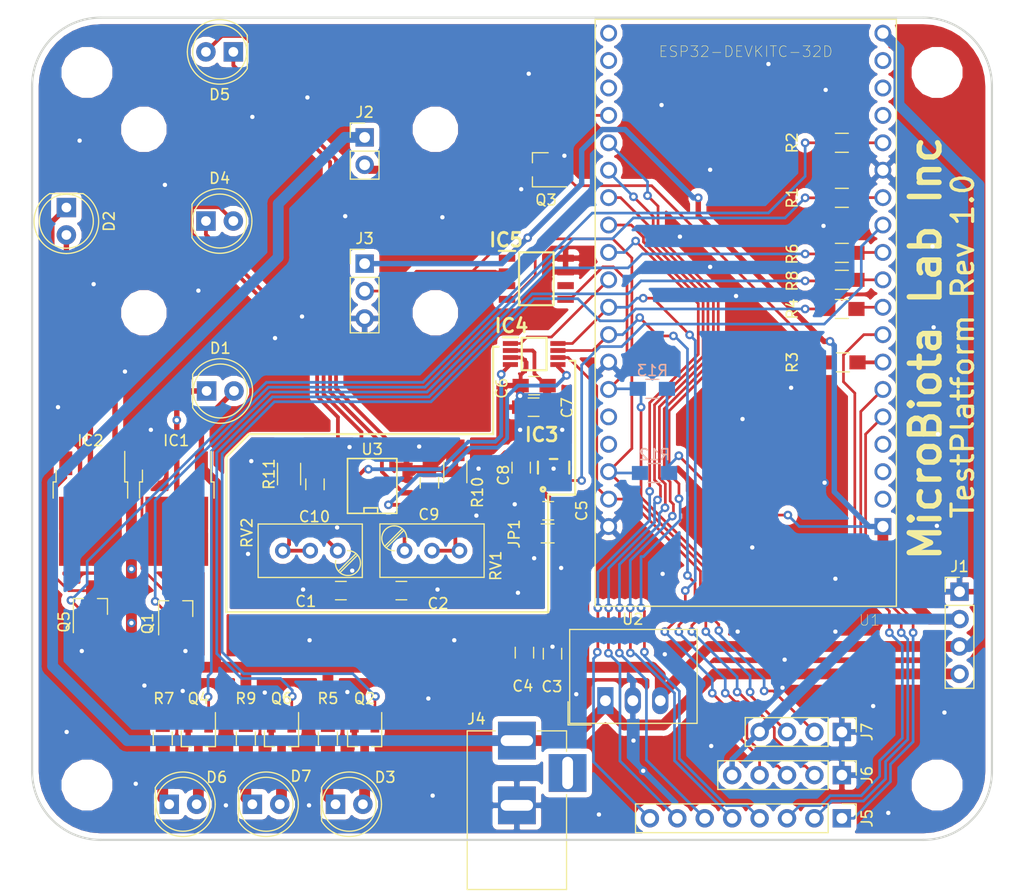
<source format=kicad_pcb>
(kicad_pcb (version 20171130) (host pcbnew "(5.0.0)")
  (layers (0 F.Cu signal) (31 B.Cu signal) (34 B.Paste user) (35 F.Paste user) (36 B.SilkS user) (37 F.SilkS user) (38 B.Mask user) (39 F.Mask user) (44 Edge.Cuts user))
  (net 0 "")
  (net 1 GNDA)
  (net 2 +3.3VA)
  (net 3 +5V)
  (net 4 GND)
  (net 5 /LMC6482/Aout)
  (net 6 /LMC6482/Bout)
  (net 7 "Net-(D3-Pad2)")
  (net 8 "Net-(D3-Pad1)")
  (net 9 /LMC6482/B-)
  (net 10 /LMC6482/A-)
  (net 11 "Net-(D6-Pad2)")
  (net 12 "Net-(D6-Pad1)")
  (net 13 "Net-(D7-Pad1)")
  (net 14 "Net-(D7-Pad2)")
  (net 15 CTRL_3V3A)
  (net 16 SPI_CS_ADC)
  (net 17 SPI_Din)
  (net 18 SPI_Dout)
  (net 19 SPI_SCL)
  (net 20 +3V3)
  (net 21 TEMP1W)
  (net 22 I2C_SCL)
  (net 23 I2C_SDA)
  (net 24 +12V)
  (net 25 Heater-)
  (net 26 IO0)
  (net 27 IO2)
  (net 28 IO4)
  (net 29 IO16)
  (net 30 IO17)
  (net 31 IO33)
  (net 32 I34)
  (net 33 I35)
  (net 34 CTRL_D1)
  (net 35 CTRL_D2)
  (net 36 CTRL_Heater)
  (net 37 LED_G)
  (net 38 LED_R)
  (net 39 LED_Y)
  (net 40 "Net-(R10-Pad1)")
  (net 41 "Net-(R11-Pad1)")
  (net 42 "Net-(D1-Pad1)")
  (net 43 "Net-(D2-Pad1)")
  (net 44 "Net-(IC1-Pad3)")
  (net 45 "Net-(IC2-Pad3)")
  (net 46 "Net-(Q1-Pad1)")
  (net 47 "Net-(Q2-Pad1)")
  (net 48 "Net-(Q3-Pad1)")
  (net 49 "Net-(Q4-Pad1)")
  (net 50 "Net-(Q5-Pad1)")
  (net 51 "Net-(Q6-Pad1)")
  (module Resistors_SMD:R_0805_HandSoldering (layer F.Cu) (at 75 27 180)
    (fp_text reference R4 (at 4.6 0 270) (layer F.SilkS))
    (fp_text value 1k)
    (pad 1 smd rect (at -1.35 0 180) (size 1.5 1.3) (layers F.Cu F.Paste F.Mask) (net 37 LED_G))
    (pad 2 smd rect (at 1.35 0 180) (size 1.5 1.3) (layers F.Cu F.Paste F.Mask) (net 47 "Net-(Q2-Pad1)"))
  )
  (module TO_SOT_Packages_SMD:SOT-23_Handsoldering (layer F.Cu) (at 13.3 54.8 90)
    (fp_text reference Q1 (at -1.35 -2.6 90) (layer F.SilkS))
    (fp_text value DMN3404)
    (pad 1 smd rect (at -1.5 -0.95 90) (size 1.9 0.8) (layers F.Cu F.Paste F.Mask) (net 46 "Net-(Q1-Pad1)"))
    (pad 2 smd rect (at -1.5 0.95 90) (size 1.9 0.8) (layers F.Cu F.Paste F.Mask) (net 4 GND))
    (pad 3 smd rect (at 1.5 0 90) (size 1.9 0.8) (layers F.Cu F.Paste F.Mask) (net 44 "Net-(IC1-Pad3)"))
  )
  (module ESP32-DEVKITC-32D:MODULE_ESP32-DEVKITC-32D (layer F.Cu) (at 66.1 27.4 180)
    (fp_text reference U1 (at -11.4644 -28.446 180) (layer F.SilkS) (effects (font (size 1.00039 1.00039) (thickness 0.05))))
    (fp_text value ESP32-DEVKITC-32D (at 0 24.25 180) (layer F.SilkS) (effects (font (size 1.00105 1.00105) (thickness 0.05))))
    (pad 38 thru_hole circle (at 12.7 25.96 180) (size 1.56 1.56) (drill 1.04) (layers *.Cu *.Mask))
    (pad 37 thru_hole circle (at 12.7 23.42 180) (size 1.56 1.56) (drill 1.04) (layers *.Cu *.Mask))
    (pad 36 thru_hole circle (at 12.7 20.88 180) (size 1.56 1.56) (drill 1.04) (layers *.Cu *.Mask))
    (pad 35 thru_hole circle (at 12.7 18.34 180) (size 1.56 1.56) (drill 1.04) (layers *.Cu *.Mask) (net 21 TEMP1W))
    (pad 34 thru_hole circle (at 12.7 15.8 180) (size 1.56 1.56) (drill 1.04) (layers *.Cu *.Mask) (net 27 IO2))
    (pad 33 thru_hole circle (at 12.7 13.26 180) (size 1.56 1.56) (drill 1.04) (layers *.Cu *.Mask) (net 26 IO0))
    (pad 32 thru_hole circle (at 12.7 10.72 180) (size 1.56 1.56) (drill 1.04) (layers *.Cu *.Mask) (net 28 IO4))
    (pad 31 thru_hole circle (at 12.7 8.18 180) (size 1.56 1.56) (drill 1.04) (layers *.Cu *.Mask) (net 29 IO16))
    (pad 30 thru_hole circle (at 12.7 5.64 180) (size 1.56 1.56) (drill 1.04) (layers *.Cu *.Mask) (net 30 IO17))
    (pad 29 thru_hole circle (at 12.7 3.1 180) (size 1.56 1.56) (drill 1.04) (layers *.Cu *.Mask) (net 16 SPI_CS_ADC))
    (pad 28 thru_hole circle (at 12.7 0.56 180) (size 1.56 1.56) (drill 1.04) (layers *.Cu *.Mask) (net 19 SPI_SCL))
    (pad 27 thru_hole circle (at 12.7 -1.98 180) (size 1.56 1.56) (drill 1.04) (layers *.Cu *.Mask) (net 18 SPI_Dout))
    (pad 26 thru_hole circle (at 12.7 -4.52 180) (size 1.56 1.56) (drill 1.04) (layers *.Cu *.Mask) (net 4 GND))
    (pad 25 thru_hole circle (at 12.7 -7.06 180) (size 1.56 1.56) (drill 1.04) (layers *.Cu *.Mask) (net 23 I2C_SDA))
    (pad 24 thru_hole circle (at 12.7 -9.6 180) (size 1.56 1.56) (drill 1.04) (layers *.Cu *.Mask))
    (pad 23 thru_hole circle (at 12.7 -12.14 180) (size 1.56 1.56) (drill 1.04) (layers *.Cu *.Mask))
    (pad 22 thru_hole circle (at 12.7 -14.68 180) (size 1.56 1.56) (drill 1.04) (layers *.Cu *.Mask) (net 22 I2C_SCL))
    (pad 21 thru_hole circle (at 12.7 -17.22 180) (size 1.56 1.56) (drill 1.04) (layers *.Cu *.Mask) (net 17 SPI_Din))
    (pad 20 thru_hole circle (at 12.7 -19.76 180) (size 1.56 1.56) (drill 1.04) (layers *.Cu *.Mask) (net 4 GND))
    (pad 18 thru_hole circle (at -12.7 23.42 180) (size 1.56 1.56) (drill 1.04) (layers *.Cu *.Mask))
    (pad 17 thru_hole circle (at -12.7 20.88 180) (size 1.56 1.56) (drill 1.04) (layers *.Cu *.Mask))
    (pad 16 thru_hole circle (at -12.7 18.34 180) (size 1.56 1.56) (drill 1.04) (layers *.Cu *.Mask))
    (pad 15 thru_hole circle (at -12.7 15.8 180) (size 1.56 1.56) (drill 1.04) (layers *.Cu *.Mask) (net 35 CTRL_D2))
    (pad 14 thru_hole circle (at -12.7 13.26 180) (size 1.56 1.56) (drill 1.04) (layers *.Cu *.Mask) (net 4 GND))
    (pad 13 thru_hole circle (at -12.7 10.72 180) (size 1.56 1.56) (drill 1.04) (layers *.Cu *.Mask) (net 34 CTRL_D1))
    (pad 12 thru_hole circle (at -12.7 8.18 180) (size 1.56 1.56) (drill 1.04) (layers *.Cu *.Mask) (net 15 CTRL_3V3A))
    (pad 11 thru_hole circle (at -12.7 5.64 180) (size 1.56 1.56) (drill 1.04) (layers *.Cu *.Mask) (net 38 LED_R))
    (pad 10 thru_hole circle (at -12.7 3.1 180) (size 1.56 1.56) (drill 1.04) (layers *.Cu *.Mask) (net 39 LED_Y))
    (pad 9 thru_hole circle (at -12.7 0.56 180) (size 1.56 1.56) (drill 1.04) (layers *.Cu *.Mask) (net 37 LED_G))
    (pad 8 thru_hole circle (at -12.7 -1.98 180) (size 1.56 1.56) (drill 1.04) (layers *.Cu *.Mask) (net 31 IO33))
    (pad 7 thru_hole circle (at -12.7 -4.52 180) (size 1.56 1.56) (drill 1.04) (layers *.Cu *.Mask) (net 36 CTRL_Heater))
    (pad 6 thru_hole circle (at -12.7 -7.06 180) (size 1.56 1.56) (drill 1.04) (layers *.Cu *.Mask) (net 33 I35))
    (pad 5 thru_hole circle (at -12.7 -9.6 180) (size 1.56 1.56) (drill 1.04) (layers *.Cu *.Mask) (net 32 I34))
    (pad 4 thru_hole circle (at -12.7 -12.14 180) (size 1.56 1.56) (drill 1.04) (layers *.Cu *.Mask))
    (pad 3 thru_hole circle (at -12.7 -14.68 180) (size 1.56 1.56) (drill 1.04) (layers *.Cu *.Mask))
    (pad 19 thru_hole circle (at -12.7 25.96 180) (size 1.56 1.56) (drill 1.04) (layers *.Cu *.Mask) (net 3 +5V))
    (pad 2 thru_hole circle (at -12.7 -17.22 180) (size 1.56 1.56) (drill 1.04) (layers *.Cu *.Mask))
    (pad 1 thru_hole rect (at -12.7 -19.76 180) (size 1.56 1.56) (drill 1.04) (layers *.Cu *.Mask) (net 20 +3V3))
  )
  (module Capacitors_SMD:C_0805_HandSoldering (layer F.Cu) (at 36.8 43.1 90)
    (fp_text reference C9 (at -2.95 -0.05 180) (layer F.SilkS))
    (fp_text value 100pF)
    (pad 1 smd rect (at -1.25 0 90) (size 1.5 1.25) (layers F.Cu F.Paste F.Mask) (net 5 /LMC6482/Aout))
    (pad 2 smd rect (at 1.25 0 90) (size 1.5 1.25) (layers F.Cu F.Paste F.Mask) (net 1 GNDA))
  )
  (module Capacitors_SMD:C_0805_HandSoldering (layer F.Cu) (at 26.2 43.25 90)
    (fp_text reference C10 (at -3 -0.05 180) (layer F.SilkS))
    (fp_text value 100pF)
    (pad 2 smd rect (at 1.25 0 90) (size 1.5 1.25) (layers F.Cu F.Paste F.Mask) (net 1 GNDA))
    (pad 1 smd rect (at -1.25 0 90) (size 1.5 1.25) (layers F.Cu F.Paste F.Mask) (net 6 /LMC6482/Bout))
  )
  (module Resistors_SMD:R_0805_HandSoldering (layer F.Cu) (at 75 16.7)
    (fp_text reference R1 (at -4.6 0 90) (layer F.SilkS))
    (fp_text value 1k)
    (pad 2 smd rect (at 1.35 0) (size 1.5 1.3) (layers F.Cu F.Paste F.Mask) (net 34 CTRL_D1))
    (pad 1 smd rect (at -1.35 0) (size 1.5 1.3) (layers F.Cu F.Paste F.Mask) (net 46 "Net-(Q1-Pad1)"))
  )
  (module Resistors_SMD:R_0805_HandSoldering (layer F.Cu) (at 27.4 66.8 90)
    (fp_text reference R5 (at 3.7 0 180) (layer F.SilkS))
    (fp_text value 1k)
    (pad 1 smd rect (at -1.35 0 90) (size 1.5 1.3) (layers F.Cu F.Paste F.Mask) (net 8 "Net-(D3-Pad1)"))
    (pad 2 smd rect (at 1.35 0 90) (size 1.5 1.3) (layers F.Cu F.Paste F.Mask) (net 3 +5V))
  )
  (module Resistors_SMD:R_0805_HandSoldering (layer F.Cu) (at 75 21.8 180)
    (fp_text reference R6 (at 4.6 -0.1 270) (layer F.SilkS))
    (fp_text value 1k)
    (pad 2 smd rect (at 1.35 0 180) (size 1.5 1.3) (layers F.Cu F.Paste F.Mask) (net 49 "Net-(Q4-Pad1)"))
    (pad 1 smd rect (at -1.35 0 180) (size 1.5 1.3) (layers F.Cu F.Paste F.Mask) (net 38 LED_R))
  )
  (module Resistors_SMD:R_0805_HandSoldering (layer F.Cu) (at 75 11.6)
    (fp_text reference R2 (at -4.6 0 90) (layer F.SilkS))
    (fp_text value 1k)
    (pad 2 smd rect (at 1.35 0) (size 1.5 1.3) (layers F.Cu F.Paste F.Mask) (net 35 CTRL_D2))
    (pad 1 smd rect (at -1.35 0) (size 1.5 1.3) (layers F.Cu F.Paste F.Mask) (net 50 "Net-(Q5-Pad1)"))
  )
  (module Resistors_SMD:R_0805_HandSoldering (layer F.Cu) (at 75 24.3 180)
    (fp_text reference R8 (at 4.6 -0.1 270) (layer F.SilkS))
    (fp_text value 1k)
    (pad 2 smd rect (at 1.35 0 180) (size 1.5 1.3) (layers F.Cu F.Paste F.Mask) (net 51 "Net-(Q6-Pad1)"))
    (pad 1 smd rect (at -1.35 0 180) (size 1.5 1.3) (layers F.Cu F.Paste F.Mask) (net 39 LED_Y))
  )
  (module Resistors_SMD:R_0805_HandSoldering (layer F.Cu) (at 12.1 66.8 90)
    (fp_text reference R7 (at 3.7 0.1 180) (layer F.SilkS))
    (fp_text value 1k)
    (pad 1 smd rect (at -1.35 0 90) (size 1.5 1.3) (layers F.Cu F.Paste F.Mask) (net 12 "Net-(D6-Pad1)"))
    (pad 2 smd rect (at 1.35 0 90) (size 1.5 1.3) (layers F.Cu F.Paste F.Mask) (net 3 +5V))
  )
  (module Resistors_SMD:R_0805_HandSoldering (layer F.Cu) (at 75.1 31.95)
    (fp_text reference R3 (at -4.7 0 90) (layer F.SilkS))
    (fp_text value 330)
    (pad 2 smd rect (at 1.35 0) (size 1.5 1.3) (layers F.Cu F.Paste F.Mask) (net 36 CTRL_Heater))
    (pad 1 smd rect (at -1.35 0) (size 1.5 1.3) (layers F.Cu F.Paste F.Mask) (net 48 "Net-(Q3-Pad1)"))
  )
  (module ADC122S021CIMM_NOPB:SOP65P490X110-8N (layer F.Cu) (at 46.5 31.175)
    (fp_text reference IC4 (at -2.1 -2.625) (layer F.SilkS) (effects (font (size 1.27 1.27) (thickness 0.254))))
    (fp_text value ADC122S021CIMM_NOPB hide)
    (pad 1 smd rect (at -2.2 -0.975 90) (size 0.45 1.4) (layers F.Cu F.Paste F.Mask) (net 16 SPI_CS_ADC))
    (pad 2 smd rect (at -2.2 -0.325 90) (size 0.45 1.4) (layers F.Cu F.Paste F.Mask) (net 2 +3.3VA))
    (pad 3 smd rect (at -2.2 0.325 90) (size 0.45 1.4) (layers F.Cu F.Paste F.Mask) (net 1 GNDA))
    (pad 4 smd rect (at -2.2 0.975 90) (size 0.45 1.4) (layers F.Cu F.Paste F.Mask) (net 6 /LMC6482/Bout))
    (pad 5 smd rect (at 2.2 0.975 90) (size 0.45 1.4) (layers F.Cu F.Paste F.Mask) (net 5 /LMC6482/Aout))
    (pad 6 smd rect (at 2.2 0.325 90) (size 0.45 1.4) (layers F.Cu F.Paste F.Mask) (net 17 SPI_Din))
    (pad 7 smd rect (at 2.2 -0.325 90) (size 0.45 1.4) (layers F.Cu F.Paste F.Mask) (net 18 SPI_Dout))
    (pad 8 smd rect (at 2.2 -0.975 90) (size 0.45 1.4) (layers F.Cu F.Paste F.Mask) (net 19 SPI_SCL))
  )
  (module DS2482-100:SOIC127P600X175-8N (layer F.Cu) (at 46.7 24.2)
    (fp_text reference IC5 (at -2.8 -3.6) (layer F.SilkS) (effects (font (size 1.27 1.27) (thickness 0.254))))
    (fp_text value DS2482-100 hide)
    (pad 1 smd rect (at -2.712 -1.905 90) (size 0.65 1.525) (layers F.Cu F.Paste F.Mask) (net 20 +3V3))
    (pad 2 smd rect (at -2.712 -0.635 90) (size 0.65 1.525) (layers F.Cu F.Paste F.Mask) (net 21 TEMP1W))
    (pad 3 smd rect (at -2.712 0.635 90) (size 0.65 1.525) (layers F.Cu F.Paste F.Mask) (net 4 GND))
    (pad 4 smd rect (at -2.712 1.905 90) (size 0.65 1.525) (layers F.Cu F.Paste F.Mask) (net 22 I2C_SCL))
    (pad 5 smd rect (at 2.712 1.905 90) (size 0.65 1.525) (layers F.Cu F.Paste F.Mask) (net 23 I2C_SDA))
    (pad 6 smd rect (at 2.712 0.635 90) (size 0.65 1.525) (layers F.Cu F.Paste F.Mask))
    (pad 7 smd rect (at 2.712 -0.635 90) (size 0.65 1.525) (layers F.Cu F.Paste F.Mask) (net 4 GND))
    (pad 8 smd rect (at 2.712 -1.905 90) (size 0.65 1.525) (layers F.Cu F.Paste F.Mask) (net 4 GND))
  )
  (module Pin_Headers:Pin_Header_Straight_1x04_Pitch2.54mm (layer F.Cu) (at 85.9 53.2)
    (fp_text reference J1 (at 0 -2.33) (layer F.SilkS))
    (fp_text value Conn_01x04)
    (pad 4 thru_hole oval (at 0 7.62) (size 1.7 1.7) (drill 1) (layers *.Cu *.Mask) (net 24 +12V))
    (pad 3 thru_hole oval (at 0 5.08) (size 1.7 1.7) (drill 1) (layers *.Cu *.Mask) (net 3 +5V))
    (pad 2 thru_hole oval (at 0 2.54) (size 1.7 1.7) (drill 1) (layers *.Cu *.Mask) (net 20 +3V3))
    (pad 1 thru_hole rect (at 0 0) (size 1.7 1.7) (drill 1) (layers *.Cu *.Mask) (net 4 GND))
  )
  (module Pin_Headers:Pin_Header_Straight_1x02_Pitch2.54mm (layer F.Cu) (at 30.8 11.1)
    (fp_text reference J2 (at 0 -2.33) (layer F.SilkS))
    (fp_text value Conn_01x02_Male)
    (pad 2 thru_hole oval (at 0 2.54) (size 1.7 1.7) (drill 1) (layers *.Cu *.Mask) (net 25 Heater-))
    (pad 1 thru_hole rect (at 0 0) (size 1.7 1.7) (drill 1) (layers *.Cu *.Mask) (net 24 +12V))
  )
  (module "TCR2EF33_LM(CT:SOT-25" (layer F.Cu) (at 48.3 41.7)
    (fp_text reference IC3 (at -1.1 -3.05) (layer F.SilkS) (effects (font (size 1.27 1.27) (thickness 0.254))))
    (fp_text value "TCR2EF33,LM(CT" hide)
    (pad 1 smd rect (at -0.95 1.2) (size 0.8 1) (layers F.Cu F.Paste F.Mask) (net 3 +5V))
    (pad 2 smd rect (at 0 1.2) (size 0.6 1) (layers F.Cu F.Paste F.Mask) (net 1 GNDA))
    (pad 3 smd rect (at 0.95 1.2) (size 0.8 1) (layers F.Cu F.Paste F.Mask) (net 15 CTRL_3V3A))
    (pad 4 smd rect (at 0.95 -1.2) (size 0.8 1) (layers F.Cu F.Paste F.Mask))
    (pad 5 smd rect (at -0.95 -1.2) (size 0.8 1) (layers F.Cu F.Paste F.Mask) (net 2 +3.3VA))
  )
  (module TO_SOT_Packages_SMD:TO-252-2 (layer F.Cu) (at 13.4 45.5 270)
    (fp_text reference IC1 (at -6.3 0.05) (layer F.SilkS))
    (fp_text value CL520N3-G)
    (pad 1 smd rect (at -4.2 -2.28 270) (size 2.2 1.2) (layers F.Cu F.Paste F.Mask) (net 3 +5V))
    (pad 3 smd rect (at -4.2 2.28 270) (size 2.2 1.2) (layers F.Cu F.Paste F.Mask) (net 44 "Net-(IC1-Pad3)"))
    (pad 2 smd rect (at 2.1 0 270) (size 6.4 5.8) (layers F.Cu F.Mask) (net 42 "Net-(D1-Pad1)"))
    (pad 2 smd rect (at 3.775 1.525 270) (size 3.05 2.75) (layers F.Cu F.Paste) (net 42 "Net-(D1-Pad1)"))
    (pad 2 smd rect (at 0.425 -1.525 270) (size 3.05 2.75) (layers F.Cu F.Paste) (net 42 "Net-(D1-Pad1)"))
    (pad 2 smd rect (at 3.775 -1.525 270) (size 3.05 2.75) (layers F.Cu F.Paste) (net 42 "Net-(D1-Pad1)"))
    (pad 2 smd rect (at 0.425 1.525 270) (size 3.05 2.75) (layers F.Cu F.Paste) (net 42 "Net-(D1-Pad1)"))
  )
  (module TO_SOT_Packages_SMD:TO-252-2 (layer F.Cu) (at 5.4 45.5 270)
    (fp_text reference IC2 (at -6.3 0) (layer F.SilkS))
    (fp_text value CL520N3-G)
    (pad 2 smd rect (at 0.425 1.525 270) (size 3.05 2.75) (layers F.Cu F.Paste) (net 43 "Net-(D2-Pad1)"))
    (pad 2 smd rect (at 3.775 -1.525 270) (size 3.05 2.75) (layers F.Cu F.Paste) (net 43 "Net-(D2-Pad1)"))
    (pad 2 smd rect (at 0.425 -1.525 270) (size 3.05 2.75) (layers F.Cu F.Paste) (net 43 "Net-(D2-Pad1)"))
    (pad 2 smd rect (at 3.775 1.525 270) (size 3.05 2.75) (layers F.Cu F.Paste) (net 43 "Net-(D2-Pad1)"))
    (pad 2 smd rect (at 2.1 0 270) (size 6.4 5.8) (layers F.Cu F.Mask) (net 43 "Net-(D2-Pad1)"))
    (pad 3 smd rect (at -4.2 2.28 270) (size 2.2 1.2) (layers F.Cu F.Paste F.Mask) (net 45 "Net-(IC2-Pad3)"))
    (pad 1 smd rect (at -4.2 -2.28 270) (size 2.2 1.2) (layers F.Cu F.Paste F.Mask) (net 3 +5V))
  )
  (module LEDs:LED_D5.0mm (layer F.Cu) (at 16.1 18.85)
    (fp_text reference D4 (at 1.27 -3.96) (layer F.SilkS))
    (fp_text value D_Photo)
    (pad 1 thru_hole rect (at 0 0) (size 1.8 1.8) (drill 0.9) (layers *.Cu *.Mask) (net 9 /LMC6482/B-))
    (pad 2 thru_hole circle (at 2.54 0) (size 1.8 1.8) (drill 0.9) (layers *.Cu *.Mask) (net 1 GNDA))
  )
  (module LEDs:LED_D5.0mm (layer F.Cu) (at 18.64 3.175 180)
    (fp_text reference D5 (at 1.27 -3.96 180) (layer F.SilkS))
    (fp_text value D_Photo)
    (pad 2 thru_hole circle (at 2.54 0 180) (size 1.8 1.8) (drill 0.9) (layers *.Cu *.Mask) (net 1 GNDA))
    (pad 1 thru_hole rect (at 0 0 180) (size 1.8 1.8) (drill 0.9) (layers *.Cu *.Mask) (net 10 /LMC6482/A-))
  )
  (module LEDs:LED_D5.0mm (layer F.Cu) (at 20.4 72.9)
    (fp_text reference D7 (at 4.5 -2.6) (layer F.SilkS))
    (fp_text value yellow)
    (pad 2 thru_hole circle (at 2.54 0) (size 1.8 1.8) (drill 0.9) (layers *.Cu *.Mask) (net 14 "Net-(D7-Pad2)"))
    (pad 1 thru_hole rect (at 0 0) (size 1.8 1.8) (drill 0.9) (layers *.Cu *.Mask) (net 13 "Net-(D7-Pad1)"))
  )
  (module Capacitors_SMD:C_0805_HandSoldering (layer F.Cu) (at 45.3 41.7 270)
    (fp_text reference C8 (at 0.7 1.65 270) (layer F.SilkS))
    (fp_text value 1uF)
    (pad 2 smd rect (at 1.25 0 270) (size 1.5 1.25) (layers F.Cu F.Paste F.Mask) (net 1 GNDA))
    (pad 1 smd rect (at -1.25 0 270) (size 1.5 1.25) (layers F.Cu F.Paste F.Mask) (net 2 +3.3VA))
  )
  (module Capacitors_SMD:C_0805_HandSoldering (layer F.Cu) (at 46.5 34.1 180)
    (fp_text reference C6 (at 3 -0.25 270) (layer F.SilkS))
    (fp_text value 1uF)
    (pad 2 smd rect (at 1.25 0 180) (size 1.5 1.25) (layers F.Cu F.Paste F.Mask) (net 1 GNDA))
    (pad 1 smd rect (at -1.25 0 180) (size 1.5 1.25) (layers F.Cu F.Paste F.Mask) (net 2 +3.3VA))
  )
  (module Capacitors_SMD:C_0805_HandSoldering (layer F.Cu) (at 46.45 36.1 180)
    (fp_text reference C7 (at -3.1 -0.05 270) (layer F.SilkS))
    (fp_text value 0.1uF)
    (pad 1 smd rect (at -1.25 0 180) (size 1.5 1.25) (layers F.Cu F.Paste F.Mask) (net 2 +3.3VA))
    (pad 2 smd rect (at 1.25 0 180) (size 1.5 1.25) (layers F.Cu F.Paste F.Mask) (net 1 GNDA))
  )
  (module Capacitors_SMD:C_0805_HandSoldering (layer F.Cu) (at 47.8 45.7 180)
    (fp_text reference C5 (at -3.1 0 270) (layer F.SilkS))
    (fp_text value 1uF)
    (pad 1 smd rect (at -1.25 0 180) (size 1.5 1.25) (layers F.Cu F.Paste F.Mask) (net 3 +5V))
    (pad 2 smd rect (at 1.25 0 180) (size 1.5 1.25) (layers F.Cu F.Paste F.Mask) (net 1 GNDA))
  )
  (module Resistors_SMD:R_0805_HandSoldering (layer F.Cu) (at 47.75 47.8)
    (fp_text reference JP1 (at -3.1 0.05 90) (layer F.SilkS))
    (fp_text value Jumper)
    (pad 1 smd rect (at -1.35 0) (size 1.5 1.3) (layers F.Cu F.Paste F.Mask) (net 1 GNDA))
    (pad 2 smd rect (at 1.35 0) (size 1.5 1.3) (layers F.Cu F.Paste F.Mask) (net 4 GND))
  )
  (module Pin_Headers:Pin_Header_Straight_1x03_Pitch2.54mm (layer F.Cu) (at 30.8 22.8)
    (fp_text reference J3 (at 0 -2.33) (layer F.SilkS))
    (fp_text value Conn_01x03_Male)
    (pad 3 thru_hole oval (at 0 5.08) (size 1.7 1.7) (drill 1) (layers *.Cu *.Mask) (net 4 GND))
    (pad 2 thru_hole oval (at 0 2.54) (size 1.7 1.7) (drill 1) (layers *.Cu *.Mask) (net 21 TEMP1W))
    (pad 1 thru_hole rect (at 0 0) (size 1.7 1.7) (drill 1) (layers *.Cu *.Mask) (net 20 +3V3))
  )
  (module TO_SOT_Packages_SMD:SOT-23_Handsoldering (layer F.Cu) (at 47.1 14.1 180)
    (fp_text reference Q3 (at -0.5 -2.8 180) (layer F.SilkS))
    (fp_text value DMN2041)
    (pad 1 smd rect (at -1.5 -0.95 180) (size 1.9 0.8) (layers F.Cu F.Paste F.Mask) (net 48 "Net-(Q3-Pad1)"))
    (pad 2 smd rect (at -1.5 0.95 180) (size 1.9 0.8) (layers F.Cu F.Paste F.Mask) (net 4 GND))
    (pad 3 smd rect (at 1.5 0 180) (size 1.9 0.8) (layers F.Cu F.Paste F.Mask) (net 25 Heater-))
  )
  (module TO_SOT_Packages_SMD:SOT-23_Handsoldering (layer F.Cu) (at 23.1 66.8 270)
    (fp_text reference Q6 (at -3.7 0) (layer F.SilkS))
    (fp_text value DMN3404)
    (pad 3 smd rect (at 1.5 0 270) (size 1.9 0.8) (layers F.Cu F.Paste F.Mask) (net 14 "Net-(D7-Pad2)"))
    (pad 2 smd rect (at -1.5 0.95 270) (size 1.9 0.8) (layers F.Cu F.Paste F.Mask) (net 4 GND))
    (pad 1 smd rect (at -1.5 -0.95 270) (size 1.9 0.8) (layers F.Cu F.Paste F.Mask) (net 51 "Net-(Q6-Pad1)"))
  )
  (module TO_SOT_Packages_SMD:SOT-23_Handsoldering (layer F.Cu) (at 30.8 66.8 270)
    (fp_text reference Q2 (at -3.7 0 180) (layer F.SilkS))
    (fp_text value DMN3404)
    (pad 3 smd rect (at 1.5 0 270) (size 1.9 0.8) (layers F.Cu F.Paste F.Mask) (net 7 "Net-(D3-Pad2)"))
    (pad 2 smd rect (at -1.5 0.95 270) (size 1.9 0.8) (layers F.Cu F.Paste F.Mask) (net 4 GND))
    (pad 1 smd rect (at -1.5 -0.95 270) (size 1.9 0.8) (layers F.Cu F.Paste F.Mask) (net 47 "Net-(Q2-Pad1)"))
  )
  (module Pin_Headers:Pin_Header_Straight_1x08_Pitch2.54mm (layer F.Cu) (at 75 74.2 270)
    (fp_text reference J5 (at 0 -2.33 270) (layer F.SilkS))
    (fp_text value Conn_01x08_Male)
    (pad 8 thru_hole oval (at 0 17.78 270) (size 1.7 1.7) (drill 1) (layers *.Cu *.Mask) (net 30 IO17))
    (pad 7 thru_hole oval (at 0 15.24 270) (size 1.7 1.7) (drill 1) (layers *.Cu *.Mask) (net 29 IO16))
    (pad 6 thru_hole oval (at 0 12.7 270) (size 1.7 1.7) (drill 1) (layers *.Cu *.Mask) (net 28 IO4))
    (pad 5 thru_hole oval (at 0 10.16 270) (size 1.7 1.7) (drill 1) (layers *.Cu *.Mask) (net 26 IO0))
    (pad 4 thru_hole oval (at 0 7.62 270) (size 1.7 1.7) (drill 1) (layers *.Cu *.Mask) (net 27 IO2))
    (pad 3 thru_hole oval (at 0 5.08 270) (size 1.7 1.7) (drill 1) (layers *.Cu *.Mask) (net 31 IO33))
    (pad 2 thru_hole oval (at 0 2.54 270) (size 1.7 1.7) (drill 1) (layers *.Cu *.Mask) (net 33 I35))
    (pad 1 thru_hole rect (at 0 0 270) (size 1.7 1.7) (drill 1) (layers *.Cu *.Mask) (net 32 I34))
  )
  (module TO_SOT_Packages_SMD:SOT-23_Handsoldering (layer F.Cu) (at 5.4 54.6 90)
    (fp_text reference Q5 (at -1.4 -2.45 90) (layer F.SilkS))
    (fp_text value DMN3404)
    (pad 1 smd rect (at -1.5 -0.95 90) (size 1.9 0.8) (layers F.Cu F.Paste F.Mask) (net 50 "Net-(Q5-Pad1)"))
    (pad 2 smd rect (at -1.5 0.95 90) (size 1.9 0.8) (layers F.Cu F.Paste F.Mask) (net 4 GND))
    (pad 3 smd rect (at 1.5 0 90) (size 1.9 0.8) (layers F.Cu F.Paste F.Mask) (net 45 "Net-(IC2-Pad3)"))
  )
  (module TO_SOT_Packages_SMD:SOT-23_Handsoldering (layer F.Cu) (at 15.4 66.8 270)
    (fp_text reference Q4 (at -3.7 0) (layer F.SilkS))
    (fp_text value DMN3404)
    (pad 3 smd rect (at 1.5 0 270) (size 1.9 0.8) (layers F.Cu F.Paste F.Mask) (net 11 "Net-(D6-Pad2)"))
    (pad 2 smd rect (at -1.5 0.95 270) (size 1.9 0.8) (layers F.Cu F.Paste F.Mask) (net 4 GND))
    (pad 1 smd rect (at -1.5 -0.95 270) (size 1.9 0.8) (layers F.Cu F.Paste F.Mask) (net 49 "Net-(Q4-Pad1)"))
  )
  (module Capacitors_SMD:C_0805_HandSoldering (layer F.Cu) (at 28.6 53.1 180)
    (fp_text reference C1 (at 3.25 -1 180) (layer F.SilkS))
    (fp_text value 1uF)
    (pad 2 smd rect (at 1.25 0 180) (size 1.5 1.25) (layers F.Cu F.Paste F.Mask) (net 1 GNDA))
    (pad 1 smd rect (at -1.25 0 180) (size 1.5 1.25) (layers F.Cu F.Paste F.Mask) (net 2 +3.3VA))
  )
  (module Capacitors_SMD:C_0805_HandSoldering (layer F.Cu) (at 45.6 58.85 90)
    (fp_text reference C4 (at -3.1 -0.15 180) (layer F.SilkS))
    (fp_text value 1uF)
    (pad 2 smd rect (at 1.25 0 90) (size 1.5 1.25) (layers F.Cu F.Paste F.Mask) (net 4 GND))
    (pad 1 smd rect (at -1.25 0 90) (size 1.5 1.25) (layers F.Cu F.Paste F.Mask) (net 3 +5V))
  )
  (module Capacitors_SMD:C_0805_HandSoldering (layer F.Cu) (at 34.2 53.1)
    (fp_text reference C2 (at 3.4 1.2) (layer F.SilkS))
    (fp_text value 0.1uF)
    (pad 1 smd rect (at -1.25 0) (size 1.5 1.25) (layers F.Cu F.Paste F.Mask) (net 2 +3.3VA))
    (pad 2 smd rect (at 1.25 0) (size 1.5 1.25) (layers F.Cu F.Paste F.Mask) (net 1 GNDA))
  )
  (module Capacitors_SMD:C_0805_HandSoldering (layer F.Cu) (at 48.2 58.95 90)
    (fp_text reference C3 (at -3.05 -0.05 180) (layer F.SilkS))
    (fp_text value 10uF)
    (pad 1 smd rect (at -1.25 0 90) (size 1.5 1.25) (layers F.Cu F.Paste F.Mask) (net 3 +5V))
    (pad 2 smd rect (at 1.25 0 90) (size 1.5 1.25) (layers F.Cu F.Paste F.Mask) (net 4 GND))
  )
  (module Resistors_SMD:R_0805_HandSoldering (layer B.Cu) (at 57.65 42.2 180)
    (fp_text reference R12 (at 0 1.7 180) (layer B.SilkS) (effects (justify mirror)))
    (fp_text value 3k3)
    (pad 2 smd rect (at 1.35 0 180) (size 1.5 1.3) (layers B.Cu B.Paste B.Mask) (net 22 I2C_SCL))
    (pad 1 smd rect (at -1.35 0 180) (size 1.5 1.3) (layers B.Cu B.Paste B.Mask) (net 20 +3V3))
  )
  (module Potentiometers:Potentiometer_Trimmer_Bourns_3296W (layer F.Cu) (at 34.5 49.4 180)
    (fp_text reference RV1 (at -8.45 -1.4 270) (layer F.SilkS))
    (fp_text value 5M)
    (pad 3 thru_hole circle (at -5.08 0 180) (size 1.44 1.44) (drill 0.8) (layers *.Cu *.Mask) (net 40 "Net-(R10-Pad1)"))
    (pad 2 thru_hole circle (at -2.54 0 180) (size 1.44 1.44) (drill 0.8) (layers *.Cu *.Mask) (net 40 "Net-(R10-Pad1)"))
    (pad 1 thru_hole circle (at 0 0 180) (size 1.44 1.44) (drill 0.8) (layers *.Cu *.Mask) (net 5 /LMC6482/Aout))
  )
  (module Resistors_SMD:R_1206_HandSoldering (layer F.Cu) (at 23.8 42.3 90)
    (fp_text reference R11 (at 0 -1.85 90) (layer F.SilkS))
    (fp_text value 5M)
    (pad 2 smd rect (at 2 0 90) (size 2 1.7) (layers F.Cu F.Paste F.Mask) (net 1 GNDA))
    (pad 1 smd rect (at -2 0 90) (size 2 1.7) (layers F.Cu F.Paste F.Mask) (net 41 "Net-(R11-Pad1)"))
  )
  (module Resistors_SMD:R_0805_HandSoldering (layer F.Cu) (at 19.8 66.8 90)
    (fp_text reference R9 (at 3.7 0 180) (layer F.SilkS))
    (fp_text value 1k)
    (pad 1 smd rect (at -1.35 0 90) (size 1.5 1.3) (layers F.Cu F.Paste F.Mask) (net 13 "Net-(D7-Pad1)"))
    (pad 2 smd rect (at 1.35 0 90) (size 1.5 1.3) (layers F.Cu F.Paste F.Mask) (net 3 +5V))
  )
  (module Resistors_SMD:R_1206_HandSoldering (layer F.Cu) (at 39.2 42.1 90)
    (fp_text reference R10 (at -1.9 2.05 270) (layer F.SilkS))
    (fp_text value 5M)
    (pad 1 smd rect (at -2 0 90) (size 2 1.7) (layers F.Cu F.Paste F.Mask) (net 40 "Net-(R10-Pad1)"))
    (pad 2 smd rect (at 2 0 90) (size 2 1.7) (layers F.Cu F.Paste F.Mask) (net 1 GNDA))
  )
  (module Resistors_SMD:R_0805_HandSoldering (layer B.Cu) (at 57.45 34.4 180)
    (fp_text reference R13 (at 0 1.7 180) (layer B.SilkS) (effects (justify mirror)))
    (fp_text value 3k3)
    (pad 1 smd rect (at -1.35 0 180) (size 1.5 1.3) (layers B.Cu B.Paste B.Mask) (net 20 +3V3))
    (pad 2 smd rect (at 1.35 0 180) (size 1.5 1.3) (layers B.Cu B.Paste B.Mask) (net 23 I2C_SDA))
  )
  (module SMD_Packages:SOIC-8-N (layer F.Cu) (at 31.5 43.4 90)
    (fp_text reference U3 (at 3.4 0 180) (layer F.SilkS))
    (fp_text value LMC6482)
    (pad 1 smd rect (at -1.905 3.175 90) (size 0.508 1.143) (layers F.Cu F.Paste F.Mask) (net 5 /LMC6482/Aout))
    (pad 2 smd rect (at -0.635 3.175 90) (size 0.508 1.143) (layers F.Cu F.Paste F.Mask) (net 10 /LMC6482/A-))
    (pad 3 smd rect (at 0.635 3.175 90) (size 0.508 1.143) (layers F.Cu F.Paste F.Mask) (net 1 GNDA))
    (pad 4 smd rect (at 1.905 3.175 90) (size 0.508 1.143) (layers F.Cu F.Paste F.Mask) (net 1 GNDA))
    (pad 5 smd rect (at 1.905 -3.175 90) (size 0.508 1.143) (layers F.Cu F.Paste F.Mask) (net 1 GNDA))
    (pad 6 smd rect (at 0.635 -3.175 90) (size 0.508 1.143) (layers F.Cu F.Paste F.Mask) (net 9 /LMC6482/B-))
    (pad 7 smd rect (at -0.635 -3.175 90) (size 0.508 1.143) (layers F.Cu F.Paste F.Mask) (net 6 /LMC6482/Bout))
    (pad 8 smd rect (at -1.905 -3.175 90) (size 0.508 1.143) (layers F.Cu F.Paste F.Mask) (net 2 +3.3VA))
  )
  (module Potentiometers:Potentiometer_Trimmer_Bourns_3296W (layer F.Cu) (at 28.3 49.4)
    (fp_text reference RV2 (at -8.4 -1.65 90) (layer F.SilkS))
    (fp_text value 1M)
    (pad 1 thru_hole circle (at 0 0) (size 1.44 1.44) (drill 0.8) (layers *.Cu *.Mask) (net 6 /LMC6482/Bout))
    (pad 2 thru_hole circle (at -2.54 0) (size 1.44 1.44) (drill 0.8) (layers *.Cu *.Mask) (net 41 "Net-(R11-Pad1)"))
    (pad 3 thru_hole circle (at -5.08 0) (size 1.44 1.44) (drill 0.8) (layers *.Cu *.Mask) (net 41 "Net-(R11-Pad1)"))
  )
  (module Connectors:BARREL_JACK (layer F.Cu) (at 44.9 67 90)
    (fp_text reference J4 (at 2 -3.75) (layer F.SilkS))
    (fp_text value Conn_01x02_Male)
    (pad 3 thru_hole rect (at -3 4.7 90) (size 3.5 3.5) (drill oval 3 1) (layers *.Cu *.Mask))
    (pad 2 thru_hole rect (at -6 0 90) (size 3.5 3.5) (drill oval 1 3) (layers *.Cu *.Mask) (net 4 GND))
    (pad 1 thru_hole rect (at 0 0 90) (size 3.5 3.5) (drill oval 1 3) (layers *.Cu *.Mask) (net 24 +12V))
  )
  (module LEDs:LED_D5.0mm (layer F.Cu) (at 16.16 34.6)
    (fp_text reference D1 (at 1.27 -3.96) (layer F.SilkS))
    (fp_text value 470nm)
    (pad 1 thru_hole rect (at 0 0) (size 1.8 1.8) (drill 0.9) (layers *.Cu *.Mask) (net 42 "Net-(D1-Pad1)"))
    (pad 2 thru_hole circle (at 2.54 0) (size 1.8 1.8) (drill 0.9) (layers *.Cu *.Mask) (net 3 +5V))
  )
  (module LEDs:LED_D5.0mm (layer F.Cu) (at 3.175 17.6 270)
    (fp_text reference D2 (at 1.27 -3.96 270) (layer F.SilkS))
    (fp_text value 470nm)
    (pad 2 thru_hole circle (at 2.54 0 270) (size 1.8 1.8) (drill 0.9) (layers *.Cu *.Mask) (net 3 +5V))
    (pad 1 thru_hole rect (at 0 0 270) (size 1.8 1.8) (drill 0.9) (layers *.Cu *.Mask) (net 43 "Net-(D2-Pad1)"))
  )
  (module LEDs:LED_D5.0mm (layer F.Cu) (at 28.1 72.9)
    (fp_text reference D3 (at 4.6 -2.5) (layer F.SilkS))
    (fp_text value green)
    (pad 2 thru_hole circle (at 2.54 0) (size 1.8 1.8) (drill 0.9) (layers *.Cu *.Mask) (net 7 "Net-(D3-Pad2)"))
    (pad 1 thru_hole rect (at 0 0) (size 1.8 1.8) (drill 0.9) (layers *.Cu *.Mask) (net 8 "Net-(D3-Pad1)"))
  )
  (module LEDs:LED_D5.0mm (layer F.Cu) (at 12.7 72.9)
    (fp_text reference D6 (at 4.4 -2.5) (layer F.SilkS))
    (fp_text value red)
    (pad 1 thru_hole rect (at 0 0) (size 1.8 1.8) (drill 0.9) (layers *.Cu *.Mask) (net 12 "Net-(D6-Pad1)"))
    (pad 2 thru_hole circle (at 2.54 0) (size 1.8 1.8) (drill 0.9) (layers *.Cu *.Mask) (net 11 "Net-(D6-Pad2)"))
  )
  (module Mounting_Holes:MountingHole_3.7mm (layer F.Cu) (at 83.82 5.08)
    (fp_text reference REF** hide)
    (fp_text value MountingHole_3.7mm)
    (pad 1 np_thru_hole circle (at 0 0) (size 3.7 3.7) (drill 3.7) (layers *.Cu *.Mask))
  )
  (module Mounting_Holes:MountingHole_3.7mm (layer F.Cu) (at 5.08 5.08)
    (fp_text reference REF** hide)
    (fp_text value MountingHole_3.7mm)
    (pad 1 np_thru_hole circle (at 0 0) (size 3.7 3.7) (drill 3.7) (layers *.Cu *.Mask))
  )
  (module Mounting_Holes:MountingHole_3.7mm (layer F.Cu) (at 5.08 71.12)
    (fp_text reference REF** hide)
    (fp_text value MountingHole_3.7mm)
    (pad 1 np_thru_hole circle (at 0 0) (size 3.7 3.7) (drill 3.7) (layers *.Cu *.Mask))
  )
  (module Mounting_Holes:MountingHole_3.7mm (layer F.Cu) (at 83.82 71.12)
    (fp_text reference REF** hide)
    (fp_text value MountingHole_3.7mm)
    (pad 1 np_thru_hole circle (at 0 0) (size 3.7 3.7) (drill 3.7) (layers *.Cu *.Mask))
  )
  (module Mounting_Holes:MountingHole_3.2mm_M3 (layer F.Cu) (at 10.35 10.35)
    (fp_text reference REF** hide)
    (fp_text value MountingHole_3.2mm_M3)
    (pad 1 np_thru_hole circle (at 0 0) (size 3.2 3.2) (drill 3.2) (layers *.Cu *.Mask))
  )
  (module Mounting_Holes:MountingHole_3.2mm_M3 (layer F.Cu) (at 37.35 10.35)
    (fp_text reference REF** hide)
    (fp_text value MountingHole_3.2mm_M3)
    (pad 1 np_thru_hole circle (at 0 0) (size 3.2 3.2) (drill 3.2) (layers *.Cu *.Mask))
  )
  (module Mounting_Holes:MountingHole_3.2mm_M3 (layer F.Cu) (at 10.35 27.35)
    (fp_text reference REF** hide)
    (fp_text value MountingHole_3.2mm_M3)
    (pad 1 np_thru_hole circle (at 0 0) (size 3.2 3.2) (drill 3.2) (layers *.Cu *.Mask))
  )
  (module Mounting_Holes:MountingHole_3.2mm_M3 (layer F.Cu) (at 37.35 27.35)
    (fp_text reference REF** hide)
    (fp_text value MountingHole_3.2mm_M3)
    (pad 1 np_thru_hole circle (at 0 0) (size 3.2 3.2) (drill 3.2) (layers *.Cu *.Mask))
  )
  (module Pin_Headers:Pin_Header_Straight_1x05_Pitch2.54mm (layer F.Cu) (at 75 70.2 270)
    (fp_text reference J6 (at 0 -2.33 270) (layer F.SilkS))
    (fp_text value Conn_01x05_Male)
    (pad 5 thru_hole oval (at 0 10.16 270) (size 1.7 1.7) (drill 1) (layers *.Cu *.Mask) (net 20 +3V3))
    (pad 4 thru_hole oval (at 0 7.62 270) (size 1.7 1.7) (drill 1) (layers *.Cu *.Mask) (net 19 SPI_SCL))
    (pad 3 thru_hole oval (at 0 5.08 270) (size 1.7 1.7) (drill 1) (layers *.Cu *.Mask) (net 18 SPI_Dout))
    (pad 2 thru_hole oval (at 0 2.54 270) (size 1.7 1.7) (drill 1) (layers *.Cu *.Mask) (net 17 SPI_Din))
    (pad 1 thru_hole rect (at 0 0 270) (size 1.7 1.7) (drill 1) (layers *.Cu *.Mask) (net 4 GND))
  )
  (module Pin_Headers:Pin_Header_Straight_1x04_Pitch2.54mm (layer F.Cu) (at 75 66.2 270)
    (fp_text reference J7 (at 0 -2.33 270) (layer F.SilkS))
    (fp_text value Conn_01x04_Male)
    (pad 4 thru_hole oval (at 0 7.62 270) (size 1.7 1.7) (drill 1) (layers *.Cu *.Mask) (net 20 +3V3))
    (pad 3 thru_hole oval (at 0 5.08 270) (size 1.7 1.7) (drill 1) (layers *.Cu *.Mask) (net 22 I2C_SCL))
    (pad 2 thru_hole oval (at 0 2.54 270) (size 1.7 1.7) (drill 1) (layers *.Cu *.Mask) (net 23 I2C_SDA))
    (pad 1 thru_hole rect (at 0 0 270) (size 1.7 1.7) (drill 1) (layers *.Cu *.Mask) (net 4 GND))
  )
  (module Converters_DCDC_ACDC:DCDC-Conv_RECOM_R-78E-0.5 (layer F.Cu) (at 53.1 63.3)
    (fp_text reference U2 (at 2.54 -7.55) (layer F.SilkS))
    (fp_text value R-78E5.0-1.0)
    (pad 3 thru_hole oval (at 5.08 0) (size 1.5 2.5) (drill 1) (layers *.Cu *.Mask) (net 3 +5V))
    (pad 2 thru_hole oval (at 2.54 0) (size 1.5 2.5) (drill 1) (layers *.Cu *.Mask) (net 4 GND))
    (pad 1 thru_hole rect (at 0 0) (size 1.5 2.5) (drill 1) (layers *.Cu *.Mask) (net 24 +12V))
  )
  (gr_text "TestPlatform Rev 1.0\n" (at 86.2 30.45 90) (layer F.SilkS) (effects (font (size 2 2) (thickness 0.3))))
  (gr_text "MicroBiota Lab Inc\n" (at 82.75 30.65 90) (layer F.SilkS) (effects (font (size 2.75 2.75) (thickness 0.5))))
  (gr_line (start 42.7 38.6) (end 20.1 38.6) (layer F.SilkS) (width 0.2))
  (gr_line (start 18 40.7) (end 20.1 38.6) (layer F.SilkS) (width 0.2))
  (gr_line (start 18 55.1) (end 18 40.7) (layer F.SilkS) (width 0.2))
  (gr_line (start 47.8 55.1) (end 47.8 44.2) (layer F.SilkS) (width 0.2))
  (gr_line (start 42.7 55.1) (end 47.8 55.1) (layer F.SilkS) (width 0.2))
  (gr_line (start 50.3 44.2) (end 47.8 44.2) (layer F.SilkS) (width 0.2))
  (gr_line (start 50.3 38.7) (end 50.3 44.2) (layer F.SilkS) (width 0.2))
  (gr_line (start 42.7 30.5) (end 42.7 38.6) (layer F.SilkS) (width 0.2))
  (gr_line (start 43.2 30.5) (end 42.7 30.5) (layer F.SilkS) (width 0.2))
  (gr_line (start 50.3 31.8) (end 50.3 37.5) (layer F.SilkS) (width 0.2))
  (gr_line (start 49.8 31.8) (end 50.3 31.8) (layer F.SilkS) (width 0.2))
  (gr_line (start 50.3 37.5) (end 50.3 38.7) (layer F.SilkS) (width 0.2))
  (gr_line (start 18 55.1) (end 42.7 55.1) (layer F.SilkS) (width 0.2))
  (gr_line (start 88.9 6.35) (end 88.9 69.85) (layer Edge.Cuts) (width 0.2))
  (gr_line (start 6.35 0) (end 82.55 0) (layer Edge.Cuts) (width 0.2))
  (gr_line (start 0 69.85) (end 0 6.35) (layer Edge.Cuts) (width 0.2))
  (gr_line (start 82.55 76.2) (end 6.35 76.2) (layer Edge.Cuts) (width 0.2))
  (gr_arc (start 6.35 6.35) (end 6.35 0) (angle -90) (layer Edge.Cuts) (width 0.2))
  (gr_arc (start 82.55 6.35) (end 88.9 6.35) (angle -90) (layer Edge.Cuts) (width 0.2))
  (gr_arc (start 82.55 69.85) (end 82.55 76.2) (angle -90) (layer Edge.Cuts) (width 0.2))
  (gr_arc (start 6.35 69.85) (end 0 69.85) (angle -90) (layer Edge.Cuts) (width 0.2))
  (segment (start 28.325 37.025) (end 28.325 41.495) (width 0.35) (layer F.Cu) (net 1))
  (segment (start 26.4 35.1) (end 28.325 37.025) (width 0.35) (layer F.Cu) (net 1))
  (segment (start 26.4 31.2) (end 26.4 35.1) (width 0.35) (layer F.Cu) (net 1))
  (segment (start 16.6 21.4) (end 26.4 31.2) (width 0.35) (layer F.Cu) (net 1))
  (segment (start 17.364999 17.574999) (end 14.899999 17.574999) (width 0.35) (layer F.Cu) (net 1))
  (segment (start 14.899999 17.574999) (end 14.8 17.674998) (width 0.35) (layer F.Cu) (net 1))
  (segment (start 18.64 18.85) (end 17.364999 17.574999) (width 0.35) (layer F.Cu) (net 1))
  (segment (start 14.8 17.674998) (end 14.8 20.025002) (width 0.35) (layer F.Cu) (net 1))
  (segment (start 14.8 20.025002) (end 16.174998 21.4) (width 0.35) (layer F.Cu) (net 1))
  (segment (start 16.174998 21.4) (end 16.6 21.4) (width 0.35) (layer F.Cu) (net 1))
  (segment (start 16.1 3.175) (end 17.575 1.7) (width 0.35) (layer F.Cu) (net 1))
  (segment (start 20.4 2.459998) (end 20.4 5.40717) (width 0.35) (layer F.Cu) (net 1))
  (segment (start 19.640002 1.7) (end 20.4 2.459998) (width 0.35) (layer F.Cu) (net 1))
  (segment (start 17.575 1.7) (end 19.640002 1.7) (width 0.35) (layer F.Cu) (net 1))
  (segment (start 20.4 5.40717) (end 28.150008 13.157178) (width 0.35) (layer F.Cu) (net 1))
  (segment (start 34.675 40.891) (end 34.675 41.495) (width 0.35) (layer F.Cu) (net 1))
  (segment (start 28.150008 34.366008) (end 28.4 34.616) (width 0.35) (layer F.Cu) (net 1))
  (segment (start 28.150008 13.157178) (end 28.150008 34.366008) (width 0.35) (layer F.Cu) (net 1))
  (segment (start 28.256178 34.472178) (end 28.4 34.616) (width 0.35) (layer F.Cu) (net 1))
  (segment (start 28.4 34.616) (end 34.675 40.891) (width 0.35) (layer F.Cu) (net 1))
  (segment (start 38.55 40.1) (end 36.8 41.85) (width 0.75) (layer F.Cu) (net 1))
  (segment (start 39.2 40.1) (end 38.55 40.1) (width 0.75) (layer F.Cu) (net 1))
  (segment (start 35.175 42.1) (end 34.675 42.1) (width 0.75) (layer F.Cu) (net 1))
  (segment (start 35.425 41.85) (end 35.175 42.1) (width 0.75) (layer F.Cu) (net 1))
  (segment (start 36.8 41.85) (end 35.425 41.85) (width 0.75) (layer F.Cu) (net 1))
  (segment (start 34.675 41.495) (end 34.675 42.1) (width 0.5) (layer F.Cu) (net 1))
  (segment (start 34.675 42.1) (end 34.675 42.765) (width 0.5) (layer F.Cu) (net 1))
  (segment (start 34.675 42.765) (end 34.675 41.495) (width 0.75) (layer F.Cu) (net 1))
  (segment (start 24.5 40.3) (end 26.2 42) (width 0.75) (layer F.Cu) (net 1))
  (segment (start 23.8 40.3) (end 24.5 40.3) (width 0.75) (layer F.Cu) (net 1))
  (segment (start 26.705 41.495) (end 28.325 41.495) (width 0.75) (layer F.Cu) (net 1))
  (segment (start 26.2 42) (end 26.705 41.495) (width 0.75) (layer F.Cu) (net 1))
  (via (at 20.3 41.1) (size 0.8) (drill 0.4) (layers F.Cu B.Cu) (net 1))
  (via (at 20 49.7) (size 0.8) (drill 0.4) (layers F.Cu B.Cu) (net 1))
  (via (at 45 53.3) (size 0.8) (drill 0.4) (layers F.Cu B.Cu) (net 1))
  (via (at 46.5 50.1) (size 0.8) (drill 0.4) (layers F.Cu B.Cu) (net 1))
  (via (at 45.2 38.2) (size 0.8) (drill 0.4) (layers F.Cu B.Cu) (net 1))
  (via (at 49.1 38.2) (size 0.8) (drill 0.4) (layers F.Cu B.Cu) (net 1))
  (segment (start 45.35 31.5) (end 45.8 31.95) (width 0.35) (layer F.Cu) (net 1))
  (segment (start 44.3 31.5) (end 45.35 31.5) (width 0.35) (layer F.Cu) (net 1))
  (segment (start 45.25 33.125) (end 45.25 34.1) (width 0.35) (layer F.Cu) (net 1))
  (segment (start 45.8 32.575) (end 45.25 33.125) (width 0.35) (layer F.Cu) (net 1))
  (segment (start 45.8 31.95) (end 45.8 32.575) (width 0.35) (layer F.Cu) (net 1))
  (via (at 48.3 41.8) (size 0.8) (drill 0.4) (layers F.Cu B.Cu) (net 1))
  (segment (start 45.2 37.5) (end 45.2 36.1) (width 0.75) (layer F.Cu) (net 1))
  (segment (start 39.2 40.1) (end 41.55 40.1) (width 0.75) (layer F.Cu) (net 1))
  (segment (start 42.6 40.1) (end 45.2 37.5) (width 0.75) (layer F.Cu) (net 1))
  (segment (start 45.2 34.15) (end 45.25 34.1) (width 0.75) (layer F.Cu) (net 1))
  (segment (start 45.2 36.1) (end 45.2 35.05) (width 0.75) (layer F.Cu) (net 1))
  (segment (start 46.425 45.7) (end 46.55 45.7) (width 0.25) (layer F.Cu) (net 1))
  (segment (start 45.3 44.575) (end 46.425 45.7) (width 0.25) (layer F.Cu) (net 1))
  (segment (start 45.3 42.95) (end 45.3 44.575) (width 0.25) (layer F.Cu) (net 1))
  (segment (start 46.55 47.65) (end 46.4 47.8) (width 0.25) (layer F.Cu) (net 1))
  (segment (start 46.55 45.7) (end 46.55 47.65) (width 0.25) (layer F.Cu) (net 1))
  (segment (start 48.3 42.9) (end 48.3 41.8) (width 0.5) (layer F.Cu) (net 1))
  (segment (start 46.45 41.8) (end 45.3 42.95) (width 0.5) (layer F.Cu) (net 1))
  (segment (start 48.3 41.8) (end 46.45 41.8) (width 0.5) (layer F.Cu) (net 1))
  (segment (start 44.7 53) (end 45 53.3) (width 0.25) (layer B.Cu) (net 1))
  (segment (start 20.3 53) (end 25.1 53) (width 0.25) (layer B.Cu) (net 1))
  (segment (start 27.35 54.35) (end 27.35 53.1) (width 0.25) (layer F.Cu) (net 1))
  (segment (start 27.4 54.4) (end 27.35 54.35) (width 0.25) (layer F.Cu) (net 1))
  (segment (start 35.025 54.4) (end 27.4 54.4) (width 0.25) (layer F.Cu) (net 1))
  (segment (start 35.45 53.1) (end 35.45 53.975) (width 0.25) (layer F.Cu) (net 1))
  (segment (start 35.45 53.975) (end 35.025 54.4) (width 0.25) (layer F.Cu) (net 1))
  (segment (start 27.25 53) (end 27.35 53.1) (width 0.25) (layer F.Cu) (net 1))
  (segment (start 20.3 53) (end 27.25 53) (width 0.25) (layer F.Cu) (net 1))
  (segment (start 44.8 53.1) (end 45 53.3) (width 0.25) (layer F.Cu) (net 1))
  (segment (start 35.45 53.1) (end 44.8 53.1) (width 0.25) (layer F.Cu) (net 1))
  (segment (start 46.4 51.9) (end 45 53.3) (width 0.25) (layer F.Cu) (net 1))
  (segment (start 46.4 47.8) (end 46.4 51.9) (width 0.25) (layer F.Cu) (net 1))
  (segment (start 48.3 39) (end 48.3 41.8) (width 0.25) (layer F.Cu) (net 1))
  (segment (start 49.1 38.2) (end 48.3 39) (width 0.25) (layer F.Cu) (net 1))
  (segment (start 45.2 38.2) (end 45.2 37.5) (width 0.25) (layer F.Cu) (net 1))
  (segment (start 49.1 38.2) (end 45.2 38.2) (width 0.25) (layer B.Cu) (net 1))
  (segment (start 21.1 40.3) (end 20.3 41.1) (width 0.75) (layer F.Cu) (net 1))
  (segment (start 23.8 40.3) (end 21.1 40.3) (width 0.75) (layer F.Cu) (net 1))
  (via (at 44.7 45.1) (size 0.8) (drill 0.4) (layers F.Cu B.Cu) (net 1))
  (via (at 41.15 46.15) (size 0.8) (drill 0.4) (layers F.Cu B.Cu) (net 1))
  (segment (start 41.55 40.1) (end 42.6 40.1) (width 0.75) (layer F.Cu) (net 1))
  (via (at 35.85 39.75) (size 0.8) (drill 0.4) (layers F.Cu B.Cu) (net 1))
  (via (at 29.65 51.25) (size 0.8) (drill 0.4) (layers F.Cu B.Cu) (net 1))
  (via (at 28.25 47.25) (size 0.8) (drill 0.4) (layers F.Cu B.Cu) (net 1))
  (segment (start 37.55 53) (end 44.7 53) (width 0.25) (layer B.Cu) (net 1))
  (via (at 37.55 53) (size 0.8) (drill 0.4) (layers F.Cu B.Cu) (net 1))
  (segment (start 25.1 53) (end 37.55 53) (width 0.25) (layer B.Cu) (net 1))
  (via (at 25.1 53) (size 0.8) (drill 0.4) (layers F.Cu B.Cu) (net 1))
  (via (at 29.4 39.8) (size 0.8) (drill 0.4) (layers F.Cu B.Cu) (net 1))
  (segment (start 45.2 35.05) (end 45.2 34.15) (width 0.75) (layer F.Cu) (net 1))
  (via (at 45.2 35.05) (size 0.8) (drill 0.4) (layers F.Cu B.Cu) (net 1))
  (via (at 41.35 41.8) (size 0.8) (drill 0.4) (layers F.Cu B.Cu) (net 1))
  (segment (start 29.6465 45.305) (end 31.4 47.0585) (width 0.75) (layer F.Cu) (net 2))
  (segment (start 28.325 45.305) (end 29.6465 45.305) (width 0.75) (layer F.Cu) (net 2))
  (segment (start 47.3 40.45) (end 47.35 40.5) (width 0.75) (layer F.Cu) (net 2))
  (segment (start 45.3 40.45) (end 47.3 40.45) (width 0.75) (layer F.Cu) (net 2))
  (segment (start 47.35 36.45) (end 47.7 36.1) (width 0.75) (layer F.Cu) (net 2))
  (segment (start 47.35 40.5) (end 47.35 36.45) (width 0.75) (layer F.Cu) (net 2))
  (segment (start 47.7 34.15) (end 47.75 34.1) (width 0.75) (layer F.Cu) (net 2))
  (segment (start 47.7 36.1) (end 47.7 34.15) (width 0.75) (layer F.Cu) (net 2))
  (segment (start 44.3 30.85) (end 46.35 30.85) (width 0.35) (layer F.Cu) (net 2))
  (segment (start 47.625 34.1) (end 47.75 34.1) (width 0.35) (layer F.Cu) (net 2))
  (segment (start 46.524999 32.999999) (end 47.625 34.1) (width 0.35) (layer F.Cu) (net 2))
  (segment (start 46.524999 31.024999) (end 46.524999 32.999999) (width 0.35) (layer F.Cu) (net 2))
  (segment (start 46.35 30.85) (end 46.524999 31.024999) (width 0.35) (layer F.Cu) (net 2))
  (segment (start 30.5 53.2) (end 29.8 53.1) (width 0.75) (layer F.Cu) (net 2))
  (segment (start 31.4 52.375) (end 30.5 53.2) (width 0.75) (layer F.Cu) (net 2))
  (segment (start 32.3 53.3) (end 31.4 52.375) (width 0.75) (layer F.Cu) (net 2))
  (segment (start 33 53.1) (end 32.3 53.3) (width 0.75) (layer F.Cu) (net 2))
  (segment (start 34.875 51.3) (end 31.4 51.3) (width 0.75) (layer F.Cu) (net 2))
  (segment (start 41.5 51.3) (end 34.875 51.3) (width 0.75) (layer F.Cu) (net 2))
  (segment (start 31.4 51.3) (end 31.4 52.375) (width 0.75) (layer F.Cu) (net 2))
  (segment (start 31.4 47.0585) (end 31.4 51.3) (width 0.75) (layer F.Cu) (net 2))
  (segment (start 45.3 40.45) (end 43.925 40.45) (width 0.75) (layer F.Cu) (net 2))
  (segment (start 43.925 40.45) (end 43.3 41.075) (width 0.75) (layer F.Cu) (net 2))
  (segment (start 43.3 41.075) (end 43.3 49.5) (width 0.75) (layer F.Cu) (net 2))
  (segment (start 43.3 49.5) (end 41.5 51.3) (width 0.75) (layer F.Cu) (net 2))
  (segment (start 15.68 37.62) (end 15.68 41.3) (width 0.5) (layer F.Cu) (net 3))
  (segment (start 18.7 34.6) (end 15.68 37.62) (width 0.5) (layer F.Cu) (net 3))
  (segment (start 7.68 39.7) (end 7.68 41.3) (width 0.5) (layer F.Cu) (net 3))
  (segment (start 7.68 34.990038) (end 7.68 39.7) (width 0.5) (layer F.Cu) (net 3))
  (segment (start 3.175 30.485038) (end 3.175 30.485038) (width 0.5) (layer F.Cu) (net 3))
  (segment (start 3.175 20.14) (end 3.175 30.485038) (width 0.5) (layer F.Cu) (net 3))
  (segment (start 7.68 41.3) (end 7.68 41.8) (width 1) (layer F.Cu) (net 3))
  (segment (start 7.68 41.8) (end 9.2 43.32) (width 1) (layer F.Cu) (net 3))
  (segment (start 9.2 43.32) (end 9.2 51.1) (width 1) (layer F.Cu) (net 3))
  (segment (start 9.2 57.5) (end 11.9 60.2) (width 1) (layer F.Cu) (net 3))
  (segment (start 17.000001 60.099999) (end 16.9 60.2) (width 1) (layer F.Cu) (net 3))
  (segment (start 17.000001 43.120001) (end 17.000001 60.099999) (width 1) (layer F.Cu) (net 3))
  (segment (start 15.68 41.8) (end 17.000001 43.120001) (width 1) (layer F.Cu) (net 3))
  (segment (start 15.68 41.3) (end 15.68 41.8) (width 1) (layer F.Cu) (net 3))
  (segment (start 11.9 60.2) (end 16.9 60.2) (width 1) (layer F.Cu) (net 3))
  (segment (start 12.1 60.4) (end 11.9 60.2) (width 1) (layer F.Cu) (net 3))
  (segment (start 12.1 65.45) (end 12.1 60.4) (width 1) (layer F.Cu) (net 3))
  (segment (start 19.8 65.45) (end 19.8 60.2) (width 1) (layer F.Cu) (net 3))
  (segment (start 16.9 60.2) (end 19.8 60.2) (width 1) (layer F.Cu) (net 3))
  (segment (start 27.4 65.45) (end 27.4 60.2) (width 1) (layer F.Cu) (net 3))
  (segment (start 19.8 60.2) (end 27.4 60.2) (width 1) (layer F.Cu) (net 3))
  (segment (start 58.18 62.8) (end 58.18 63.3) (width 1) (layer F.Cu) (net 3))
  (segment (start 62.7 58.28) (end 58.18 62.8) (width 1) (layer F.Cu) (net 3))
  (segment (start 85.9 58.28) (end 62.7 58.28) (width 1) (layer F.Cu) (net 3))
  (segment (start 51.1 47.139998) (end 51.1 60.2) (width 1) (layer F.Cu) (net 3))
  (segment (start 49.660002 45.7) (end 51.1 47.139998) (width 1) (layer F.Cu) (net 3))
  (segment (start 49.05 45.7) (end 49.660002 45.7) (width 1) (layer F.Cu) (net 3))
  (segment (start 27.4 60.2) (end 51.1 60.2) (width 1) (layer F.Cu) (net 3))
  (segment (start 47.35 44) (end 49.05 45.7) (width 0.5) (layer F.Cu) (net 3))
  (segment (start 47.35 42.9) (end 47.35 44) (width 0.5) (layer F.Cu) (net 3))
  (segment (start 85.9 58.28) (end 86.78 58.28) (width 1) (layer B.Cu) (net 3))
  (segment (start 86.78 58.28) (end 87.7 57.36) (width 1) (layer B.Cu) (net 3))
  (segment (start 87.7 57.36) (end 87.7 15.5) (width 1) (layer B.Cu) (net 3))
  (segment (start 79.579999 2.219999) (end 78.8 1.44) (width 1) (layer B.Cu) (net 3))
  (segment (start 80.280001 2.920001) (end 79.579999 2.219999) (width 1) (layer B.Cu) (net 3))
  (segment (start 80.280001 8.080001) (end 80.280001 2.920001) (width 1) (layer B.Cu) (net 3))
  (segment (start 87.7 15.5) (end 80.280001 8.080001) (width 1) (layer B.Cu) (net 3))
  (segment (start 3.175 30.485038) (end 7.68 34.990038) (width 0.5) (layer F.Cu) (net 3))
  (segment (start 9.2 51.1) (end 9.2 56.1) (width 1) (layer F.Cu) (net 3))
  (via (at 9.2 51.1) (size 0.8) (drill 0.4) (layers F.Cu B.Cu) (net 3))
  (segment (start 9.2 56.1) (end 9.2 57.5) (width 1) (layer F.Cu) (net 3))
  (via (at 9.2 56.1) (size 0.8) (drill 0.4) (layers F.Cu B.Cu) (net 3))
  (segment (start 58.18 60.93) (end 58.18 63.3) (width 1) (layer F.Cu) (net 3))
  (segment (start 51.1 60.2) (end 57.45 60.2) (width 1) (layer F.Cu) (net 3))
  (segment (start 57.45 60.2) (end 58.18 60.93) (width 1) (layer F.Cu) (net 3))
  (via (at 49.3 12.8) (size 0.8) (drill 0.4) (layers F.Cu B.Cu) (net 4))
  (via (at 48.2 58.3) (size 0.8) (drill 0.4) (layers F.Cu B.Cu) (net 4))
  (segment (start 49.412 23.565) (end 49.412 22.295) (width 0.25) (layer F.Cu) (net 4))
  (segment (start 41.865 24.835) (end 43.988 24.835) (width 0.25) (layer F.Cu) (net 4))
  (segment (start 48.3995 23.565) (end 44.6645 27.3) (width 0.25) (layer F.Cu) (net 4))
  (segment (start 49.412 23.565) (end 48.3995 23.565) (width 0.25) (layer F.Cu) (net 4))
  (segment (start 42.5 27.3) (end 41.7 26.5) (width 0.25) (layer F.Cu) (net 4))
  (segment (start 44.6645 27.3) (end 42.5 27.3) (width 0.25) (layer F.Cu) (net 4))
  (segment (start 41.7 26.5) (end 41.7 25) (width 0.25) (layer F.Cu) (net 4))
  (segment (start 41.7 25) (end 41.865 24.835) (width 0.25) (layer F.Cu) (net 4))
  (via (at 58.4 51.55) (size 0.8) (drill 0.4) (layers F.Cu B.Cu) (net 4))
  (via (at 50.4 62.7) (size 0.8) (drill 0.4) (layers F.Cu B.Cu) (net 4))
  (via (at 49 51) (size 0.8) (drill 0.4) (layers F.Cu B.Cu) (net 4))
  (via (at 66.7 49.1) (size 0.8) (drill 0.4) (layers F.Cu B.Cu) (net 4))
  (via (at 74.4 52) (size 0.8) (drill 0.4) (layers F.Cu B.Cu) (net 4))
  (via (at 73.4 43.1) (size 0.8) (drill 0.4) (layers F.Cu B.Cu) (net 4))
  (via (at 65.8 37.2) (size 0.8) (drill 0.4) (layers F.Cu B.Cu) (net 4))
  (via (at 70.3 34.3) (size 0.8) (drill 0.4) (layers F.Cu B.Cu) (net 4))
  (via (at 83.8 47.1) (size 0.8) (drill 0.4) (layers F.Cu B.Cu) (net 4))
  (via (at 83.9 38.6) (size 0.8) (drill 0.4) (layers F.Cu B.Cu) (net 4))
  (via (at 83.5 28.7) (size 0.8) (drill 0.4) (layers F.Cu B.Cu) (net 4))
  (via (at 83.4 21.2) (size 0.8) (drill 0.4) (layers F.Cu B.Cu) (net 4))
  (via (at 73.3 19.3) (size 0.8) (drill 0.4) (layers F.Cu B.Cu) (net 4))
  (via (at 62.8 14.1) (size 0.8) (drill 0.4) (layers F.Cu B.Cu) (net 4))
  (via (at 58.3 8.1) (size 0.8) (drill 0.4) (layers F.Cu B.Cu) (net 4))
  (via (at 68.2 4.3) (size 0.8) (drill 0.4) (layers F.Cu B.Cu) (net 4))
  (via (at 73.5 6.7) (size 0.8) (drill 0.4) (layers F.Cu B.Cu) (net 4))
  (via (at 46 5.2) (size 0.8) (drill 0.4) (layers F.Cu B.Cu) (net 4))
  (via (at 45.3 15.9) (size 0.8) (drill 0.4) (layers F.Cu B.Cu) (net 4))
  (via (at 38 18.5) (size 0.8) (drill 0.4) (layers F.Cu B.Cu) (net 4))
  (via (at 29 18.4) (size 0.8) (drill 0.4) (layers F.Cu B.Cu) (net 4))
  (via (at 25.5 7.4) (size 0.8) (drill 0.4) (layers F.Cu B.Cu) (net 4))
  (via (at 20.4 9.2) (size 0.8) (drill 0.4) (layers F.Cu B.Cu) (net 4))
  (via (at 12.3 15.5) (size 0.8) (drill 0.4) (layers F.Cu B.Cu) (net 4))
  (via (at 4.4 11.4) (size 0.8) (drill 0.4) (layers F.Cu B.Cu) (net 4))
  (via (at 5.7 24.7) (size 0.8) (drill 0.4) (layers F.Cu B.Cu) (net 4))
  (via (at 2.4 36.1) (size 0.8) (drill 0.4) (layers F.Cu B.Cu) (net 4))
  (via (at 25 27.7) (size 0.8) (drill 0.4) (layers F.Cu B.Cu) (net 4))
  (via (at 22.5 29.7) (size 0.8) (drill 0.4) (layers F.Cu B.Cu) (net 4))
  (via (at 10.4 61.9) (size 0.8) (drill 0.4) (layers F.Cu B.Cu) (net 4))
  (via (at 3.2 66.2) (size 0.8) (drill 0.4) (layers F.Cu B.Cu) (net 4))
  (via (at 9.6 71) (size 0.8) (drill 0.4) (layers F.Cu B.Cu) (net 4))
  (via (at 17.95 73) (size 0.8) (drill 0.4) (layers F.Cu B.Cu) (net 4))
  (via (at 25.65 73) (size 0.8) (drill 0.4) (layers F.Cu B.Cu) (net 4))
  (via (at 37.1 72.1) (size 0.8) (drill 0.4) (layers F.Cu B.Cu) (net 4))
  (via (at 36.7 63.1) (size 0.8) (drill 0.4) (layers F.Cu B.Cu) (net 4))
  (via (at 25.7 57.7) (size 0.8) (drill 0.4) (layers F.Cu B.Cu) (net 4))
  (via (at 39.1 57.7) (size 0.8) (drill 0.4) (layers F.Cu B.Cu) (net 4))
  (via (at 77.9 63.8) (size 0.8) (drill 0.4) (layers F.Cu B.Cu) (net 4))
  (via (at 84.5 64.4) (size 0.8) (drill 0.4) (layers F.Cu B.Cu) (net 4))
  (via (at 79.3 73.7) (size 0.8) (drill 0.4) (layers F.Cu B.Cu) (net 4))
  (via (at 69.5 62.1) (size 0.8) (drill 0.4) (layers F.Cu B.Cu) (net 4))
  (via (at 69.7 59.5) (size 0.8) (drill 0.4) (layers F.Cu B.Cu) (net 4))
  (via (at 65.35 56.9) (size 0.8) (drill 0.4) (layers F.Cu B.Cu) (net 4))
  (via (at 74.4 56.9) (size 0.8) (drill 0.4) (layers F.Cu B.Cu) (net 4))
  (via (at 62.9 67.5) (size 0.8) (drill 0.4) (layers F.Cu B.Cu) (net 4))
  (via (at 58.6 59) (size 0.8) (drill 0.4) (layers F.Cu B.Cu) (net 4))
  (via (at 65.2 25.8) (size 0.8) (drill 0.4) (layers F.Cu B.Cu) (net 4))
  (via (at 62.8 23.1) (size 0.8) (drill 0.4) (layers F.Cu B.Cu) (net 4))
  (via (at 60 20.3) (size 0.8) (drill 0.4) (layers F.Cu B.Cu) (net 4))
  (via (at 15.4 25.3) (size 0.8) (drill 0.4) (layers F.Cu B.Cu) (net 4))
  (via (at 11 38.2) (size 0.8) (drill 0.4) (layers F.Cu B.Cu) (net 4))
  (via (at 8.6 32.8) (size 0.8) (drill 0.4) (layers F.Cu B.Cu) (net 4))
  (via (at 4.6 58.7) (size 0.8) (drill 0.4) (layers F.Cu B.Cu) (net 4))
  (via (at 29.2 62.5) (size 0.8) (drill 0.4) (layers F.Cu B.Cu) (net 4))
  (via (at 21.55 62.55) (size 0.8) (drill 0.4) (layers F.Cu B.Cu) (net 4))
  (via (at 13.95 62.4) (size 0.8) (drill 0.4) (layers F.Cu B.Cu) (net 4))
  (via (at 14.2 58.7) (size 0.8) (drill 0.4) (layers F.Cu B.Cu) (net 4))
  (via (at 55.7 67) (size 0.8) (drill 0.4) (layers F.Cu B.Cu) (net 4))
  (via (at 56.6 69.8) (size 0.8) (drill 0.4) (layers F.Cu B.Cu) (net 4))
  (via (at 52.5 73.85) (size 0.8) (drill 0.4) (layers F.Cu B.Cu) (net 4))
  (segment (start 34.5 45.48) (end 34.675 45.305) (width 0.35) (layer F.Cu) (net 5))
  (segment (start 34.5 49.4) (end 34.5 45.48) (width 0.35) (layer F.Cu) (net 5))
  (segment (start 35.845 45.305) (end 34.675 45.305) (width 0.35) (layer F.Cu) (net 5))
  (segment (start 36.8 44.35) (end 35.845 45.305) (width 0.35) (layer F.Cu) (net 5))
  (via (at 49.5 33.15) (size 0.8) (drill 0.4) (layers F.Cu B.Cu) (net 5))
  (segment (start 48.7 32.15) (end 48.7 32.35) (width 0.35) (layer F.Cu) (net 5))
  (segment (start 48.7 32.35) (end 49.5 33.15) (width 0.35) (layer F.Cu) (net 5))
  (segment (start 49.5 33.15) (end 48.55 34.1) (width 0.35) (layer B.Cu) (net 5))
  (segment (start 45.002998 34.1) (end 44.00001 35.102988) (width 0.35) (layer B.Cu) (net 5))
  (segment (start 48.55 34.1) (end 45.002998 34.1) (width 0.35) (layer B.Cu) (net 5))
  (segment (start 44.00001 38.977821) (end 43.47783 39.5) (width 0.35) (layer B.Cu) (net 5))
  (segment (start 44.00001 35.102988) (end 44.00001 38.977821) (width 0.35) (layer B.Cu) (net 5))
  (segment (start 43.47783 39.5) (end 43.127821 39.85001) (width 0.35) (layer B.Cu) (net 5))
  (segment (start 40.62782 39.85001) (end 38.077821 42.40001) (width 0.35) (layer B.Cu) (net 5))
  (segment (start 43.127821 39.85001) (end 40.62782 39.85001) (width 0.35) (layer B.Cu) (net 5))
  (via (at 33 45.15) (size 0.8) (drill 0.4) (layers F.Cu B.Cu) (net 5))
  (segment (start 38.077821 42.40001) (end 35.74999 42.40001) (width 0.35) (layer B.Cu) (net 5))
  (segment (start 35.74999 42.40001) (end 33 45.15) (width 0.35) (layer B.Cu) (net 5))
  (segment (start 34.52 45.15) (end 34.675 45.305) (width 0.35) (layer F.Cu) (net 5))
  (segment (start 33 45.15) (end 34.52 45.15) (width 0.35) (layer F.Cu) (net 5))
  (segment (start 26.2 47.3) (end 28.3 49.4) (width 0.35) (layer F.Cu) (net 6))
  (segment (start 26.2 44.5) (end 26.2 47.3) (width 0.35) (layer F.Cu) (net 6))
  (segment (start 26.665 44.035) (end 26.2 44.5) (width 0.35) (layer F.Cu) (net 6))
  (segment (start 28.325 44.035) (end 26.665 44.035) (width 0.35) (layer F.Cu) (net 6))
  (via (at 31.15 41.85) (size 0.8) (drill 0.4) (layers F.Cu B.Cu) (net 6))
  (segment (start 30.8275 41.85) (end 31.15 41.85) (width 0.35) (layer F.Cu) (net 6))
  (segment (start 28.325 44.035) (end 28.6425 44.035) (width 0.35) (layer F.Cu) (net 6))
  (segment (start 28.6425 44.035) (end 30.8275 41.85) (width 0.35) (layer F.Cu) (net 6))
  (segment (start 31.15 41.85) (end 37.85 41.85) (width 0.35) (layer B.Cu) (net 6))
  (segment (start 37.85 41.85) (end 40.4 39.3) (width 0.35) (layer B.Cu) (net 6))
  (segment (start 40.4 39.3) (end 42.9 39.3) (width 0.35) (layer B.Cu) (net 6))
  (via (at 43.45 33.05) (size 0.8) (drill 0.4) (layers F.Cu B.Cu) (net 6))
  (segment (start 42.9 39.3) (end 43.45 38.75) (width 0.35) (layer B.Cu) (net 6))
  (segment (start 43.45 38.75) (end 43.45 33.05) (width 0.35) (layer B.Cu) (net 6))
  (segment (start 43.45 33) (end 44.3 32.15) (width 0.35) (layer F.Cu) (net 6))
  (segment (start 43.45 33.05) (end 43.45 33) (width 0.35) (layer F.Cu) (net 6))
  (segment (start 30.8 72.74) (end 30.64 72.9) (width 1) (layer F.Cu) (net 7))
  (segment (start 30.8 68.3) (end 30.8 72.74) (width 1) (layer F.Cu) (net 7))
  (segment (start 27.4 72.2) (end 28.1 72.9) (width 1) (layer F.Cu) (net 8))
  (segment (start 27.4 68.15) (end 27.4 72.2) (width 1) (layer F.Cu) (net 8))
  (segment (start 16.1 18.85) (end 16.1 20.1) (width 0.35) (layer F.Cu) (net 9))
  (segment (start 16.1 20.1) (end 27 31) (width 0.35) (layer F.Cu) (net 9))
  (segment (start 27 31) (end 27 34.9) (width 0.35) (layer F.Cu) (net 9))
  (segment (start 27 34.9) (end 30.5 38.4) (width 0.35) (layer F.Cu) (net 9))
  (segment (start 28.6425 42.765) (end 28.325 42.765) (width 0.35) (layer F.Cu) (net 9))
  (segment (start 30.5 40.9075) (end 28.6425 42.765) (width 0.35) (layer F.Cu) (net 9))
  (segment (start 30.5 38.4) (end 30.5 40.9075) (width 0.35) (layer F.Cu) (net 9))
  (segment (start 18.64 4.425) (end 27.6 13.385) (width 0.35) (layer F.Cu) (net 10))
  (segment (start 18.64 3.175) (end 18.64 4.425) (width 0.35) (layer F.Cu) (net 10))
  (segment (start 27.6 13.385) (end 27.6 34.7) (width 0.35) (layer F.Cu) (net 10))
  (segment (start 27.6 34.7) (end 32.4 39.5) (width 0.35) (layer F.Cu) (net 10))
  (segment (start 34.3575 44.035) (end 34.675 44.035) (width 0.35) (layer F.Cu) (net 10))
  (segment (start 32.4 42.0775) (end 34.3575 44.035) (width 0.35) (layer F.Cu) (net 10))
  (segment (start 32.4 39.5) (end 32.4 42.0775) (width 0.35) (layer F.Cu) (net 10))
  (segment (start 15.4 72.74) (end 15.24 72.9) (width 1) (layer F.Cu) (net 11))
  (segment (start 15.4 68.3) (end 15.4 72.74) (width 1) (layer F.Cu) (net 11))
  (segment (start 12.1 72.3) (end 12.7 72.9) (width 1) (layer F.Cu) (net 12))
  (segment (start 12.1 68.15) (end 12.1 72.3) (width 1) (layer F.Cu) (net 12))
  (segment (start 19.8 72.3) (end 20.4 72.9) (width 1) (layer F.Cu) (net 13))
  (segment (start 19.8 68.15) (end 19.8 72.3) (width 1) (layer F.Cu) (net 13))
  (segment (start 23.1 72.74) (end 22.94 72.9) (width 1) (layer F.Cu) (net 14))
  (segment (start 23.1 68.3) (end 23.1 72.74) (width 1) (layer F.Cu) (net 14))
  (via (at 50.9 42.9) (size 0.8) (drill 0.4) (layers F.Cu B.Cu) (net 15))
  (segment (start 49.25 42.9) (end 50.9 42.9) (width 0.25) (layer F.Cu) (net 15))
  (segment (start 50.9 42.9) (end 50.9 32.2) (width 0.25) (layer B.Cu) (net 15))
  (segment (start 52.614999 30.485001) (end 54.614999 30.485001) (width 0.25) (layer B.Cu) (net 15))
  (segment (start 50.9 32.2) (end 52.614999 30.485001) (width 0.25) (layer B.Cu) (net 15))
  (segment (start 54.614999 30.485001) (end 56.7 28.4) (width 0.25) (layer B.Cu) (net 15))
  (segment (start 56.7 28.4) (end 73.373002 28.4) (width 0.25) (layer B.Cu) (net 15))
  (segment (start 73.373002 28.4) (end 76.8 24.973002) (width 0.25) (layer B.Cu) (net 15))
  (segment (start 76.8 21.22) (end 78.8 19.22) (width 0.25) (layer B.Cu) (net 15))
  (segment (start 76.8 24.973002) (end 76.8 21.22) (width 0.25) (layer B.Cu) (net 15))
  (segment (start 53.4 24.3) (end 48.1 29.6) (width 0.25) (layer F.Cu) (net 16))
  (segment (start 45.25 30.2) (end 44.3 30.2) (width 0.25) (layer F.Cu) (net 16))
  (segment (start 45.85 29.6) (end 45.25 30.2) (width 0.25) (layer F.Cu) (net 16))
  (segment (start 48.1 29.6) (end 45.85 29.6) (width 0.25) (layer F.Cu) (net 16))
  (segment (start 52.620001 43.840001) (end 53.4 44.62) (width 0.25) (layer F.Cu) (net 17))
  (segment (start 52.294999 43.514999) (end 52.620001 43.840001) (width 0.25) (layer F.Cu) (net 17))
  (segment (start 52.294999 34.144999) (end 52.294999 43.514999) (width 0.25) (layer F.Cu) (net 17))
  (segment (start 49.65 31.5) (end 52.294999 34.144999) (width 0.25) (layer F.Cu) (net 17))
  (segment (start 48.7 31.5) (end 49.65 31.5) (width 0.25) (layer F.Cu) (net 17))
  (via (at 65.3 62.5) (size 0.8) (drill 0.4) (layers F.Cu B.Cu) (net 17))
  (segment (start 71.610001 69.350001) (end 71.330999 69.350001) (width 0.25) (layer F.Cu) (net 17))
  (segment (start 71.330999 69.350001) (end 68.744999 66.764001) (width 0.25) (layer F.Cu) (net 17))
  (segment (start 68.744999 66.764001) (end 68.744999 65.825997) (width 0.25) (layer F.Cu) (net 17))
  (segment (start 72.46 70.2) (end 71.610001 69.350001) (width 0.25) (layer F.Cu) (net 17))
  (segment (start 68.744999 65.825997) (end 65.419002 62.5) (width 0.25) (layer F.Cu) (net 17))
  (segment (start 65.419002 62.5) (end 65.3 62.5) (width 0.25) (layer F.Cu) (net 17))
  (via (at 61.1 56.9) (size 0.8) (drill 0.4) (layers F.Cu B.Cu) (net 17))
  (segment (start 65.3 62.5) (end 65.3 61.1) (width 0.25) (layer B.Cu) (net 17))
  (segment (start 65.3 61.1) (end 61.1 56.9) (width 0.25) (layer B.Cu) (net 17))
  (segment (start 61.1 56.9) (end 61.1 56.334315) (width 0.25) (layer F.Cu) (net 17))
  (segment (start 61.1 56.334315) (end 61.9 55.534315) (width 0.25) (layer F.Cu) (net 17))
  (segment (start 61.9 55.534315) (end 61.9 51.3) (width 0.25) (layer F.Cu) (net 17))
  (segment (start 55.22 44.62) (end 53.4 44.62) (width 0.25) (layer F.Cu) (net 17))
  (segment (start 61.9 51.3) (end 55.22 44.62) (width 0.25) (layer F.Cu) (net 17))
  (segment (start 51.93 30.85) (end 53.4 29.38) (width 0.25) (layer F.Cu) (net 18))
  (segment (start 48.7 30.85) (end 51.93 30.85) (width 0.25) (layer F.Cu) (net 18))
  (segment (start 68.790999 69.350001) (end 66.2 66.759002) (width 0.25) (layer F.Cu) (net 18))
  (segment (start 69.92 70.2) (end 69.070001 69.350001) (width 0.25) (layer F.Cu) (net 18))
  (segment (start 69.070001 69.350001) (end 68.790999 69.350001) (width 0.25) (layer F.Cu) (net 18))
  (segment (start 66.2 64.2) (end 65.4 63.4) (width 0.25) (layer F.Cu) (net 18))
  (segment (start 66.2 66.759002) (end 66.2 64.2) (width 0.25) (layer F.Cu) (net 18))
  (via (at 64.2 62.6) (size 0.8) (drill 0.4) (layers F.Cu B.Cu) (net 18))
  (segment (start 64.326998 62.6) (end 64.2 62.6) (width 0.25) (layer F.Cu) (net 18))
  (segment (start 65.4 63.4) (end 65.126998 63.4) (width 0.25) (layer F.Cu) (net 18))
  (segment (start 65.126998 63.4) (end 64.326998 62.6) (width 0.25) (layer F.Cu) (net 18))
  (via (at 59.9 56.9) (size 0.8) (drill 0.4) (layers F.Cu B.Cu) (net 18))
  (segment (start 59.9 57) (end 59.9 56.9) (width 0.25) (layer B.Cu) (net 18))
  (segment (start 61.2 58.3) (end 59.9 57) (width 0.25) (layer B.Cu) (net 18))
  (segment (start 59.9 56.9) (end 59.9 56.4) (width 0.25) (layer F.Cu) (net 18))
  (segment (start 59.9 56.4) (end 59.9 56.3) (width 0.25) (layer F.Cu) (net 18))
  (segment (start 59.9 56.3) (end 61.4 54.8) (width 0.25) (layer F.Cu) (net 18))
  (via (at 60.7 51.7) (size 0.8) (drill 0.4) (layers F.Cu B.Cu) (net 18))
  (segment (start 61.4 54.8) (end 61.4 52.4) (width 0.25) (layer F.Cu) (net 18))
  (segment (start 61.4 52.4) (end 60.7 51.7) (width 0.25) (layer F.Cu) (net 18))
  (segment (start 60.7 51.7) (end 60.7 51.134315) (width 0.25) (layer B.Cu) (net 18))
  (segment (start 60.7 51.134315) (end 60.7 30.7) (width 0.25) (layer B.Cu) (net 18))
  (via (at 59.4 29.5) (size 0.8) (drill 0.4) (layers F.Cu B.Cu) (net 18))
  (segment (start 60.7 30.7) (end 59.5 29.5) (width 0.25) (layer B.Cu) (net 18))
  (segment (start 59.5 29.5) (end 59.4 29.5) (width 0.25) (layer B.Cu) (net 18))
  (via (at 56.27501 27.8) (size 0.8) (drill 0.4) (layers F.Cu B.Cu) (net 18))
  (segment (start 59.4 29.5) (end 57.97501 29.5) (width 0.25) (layer F.Cu) (net 18))
  (segment (start 57.97501 29.5) (end 56.27501 27.8) (width 0.25) (layer F.Cu) (net 18))
  (segment (start 54.69501 29.38) (end 53.4 29.38) (width 0.25) (layer B.Cu) (net 18))
  (segment (start 56.27501 27.8) (end 54.69501 29.38) (width 0.25) (layer B.Cu) (net 18))
  (segment (start 61.2 58.3) (end 64.2 61.3) (width 0.25) (layer B.Cu) (net 18))
  (segment (start 64.2 62.6) (end 64.2 61.3) (width 0.25) (layer B.Cu) (net 18))
  (segment (start 50.04 30.2) (end 53.4 26.84) (width 0.25) (layer F.Cu) (net 19))
  (segment (start 48.7 30.2) (end 50.04 30.2) (width 0.25) (layer F.Cu) (net 19))
  (segment (start 67.38 70.2) (end 67.38 68.575412) (width 0.25) (layer F.Cu) (net 19))
  (segment (start 67.38 68.575412) (end 67.375412 68.575412) (width 0.25) (layer F.Cu) (net 19))
  (segment (start 67.375412 68.575412) (end 65.7 66.9) (width 0.25) (layer F.Cu) (net 19))
  (segment (start 65.7 66.9) (end 65.7 65.3) (width 0.25) (layer F.Cu) (net 19))
  (via (at 63 62.6) (size 0.8) (drill 0.4) (layers F.Cu B.Cu) (net 19))
  (segment (start 65.7 65.3) (end 63 62.6) (width 0.25) (layer F.Cu) (net 19))
  (via (at 58.6 56.9) (size 0.8) (drill 0.4) (layers F.Cu B.Cu) (net 19))
  (segment (start 63 62.6) (end 63 61.3) (width 0.25) (layer B.Cu) (net 19))
  (segment (start 63 61.3) (end 58.6 56.9) (width 0.25) (layer B.Cu) (net 19))
  (via (at 60.5 53.1) (size 0.8) (drill 0.4) (layers F.Cu B.Cu) (net 19))
  (segment (start 58.6 56.9) (end 60.5 55) (width 0.25) (layer F.Cu) (net 19))
  (segment (start 60.5 55) (end 60.5 53.1) (width 0.25) (layer F.Cu) (net 19))
  (via (at 60.9 29.4) (size 0.8) (drill 0.4) (layers F.Cu B.Cu) (net 19))
  (segment (start 61.425001 29.925001) (end 60.9 29.4) (width 0.25) (layer B.Cu) (net 19))
  (segment (start 60.5 53.1) (end 61.425001 52.174999) (width 0.25) (layer B.Cu) (net 19))
  (segment (start 61.425001 52.174999) (end 61.425001 29.925001) (width 0.25) (layer B.Cu) (net 19))
  (via (at 56.6 26) (size 0.8) (drill 0.4) (layers F.Cu B.Cu) (net 19))
  (segment (start 60.9 29.4) (end 57.5 26) (width 0.25) (layer F.Cu) (net 19))
  (segment (start 57.5 26) (end 56.6 26) (width 0.25) (layer F.Cu) (net 19))
  (segment (start 54.503086 26.84) (end 53.4 26.84) (width 0.25) (layer B.Cu) (net 19))
  (segment (start 55.194315 26.84) (end 54.503086 26.84) (width 0.25) (layer B.Cu) (net 19))
  (segment (start 56.034315 26) (end 55.194315 26.84) (width 0.25) (layer B.Cu) (net 19))
  (segment (start 56.6 26) (end 56.034315 26) (width 0.25) (layer B.Cu) (net 19))
  (segment (start 85.9 55.74) (end 83.14 55.74) (width 1) (layer F.Cu) (net 20))
  (segment (start 78.8 51.4) (end 78.8 47.16) (width 1) (layer F.Cu) (net 20))
  (segment (start 83.14 55.74) (end 78.8 51.4) (width 1) (layer F.Cu) (net 20))
  (segment (start 77.84 55.74) (end 67.38 66.2) (width 1) (layer B.Cu) (net 20))
  (segment (start 85.9 55.74) (end 77.84 55.74) (width 1) (layer B.Cu) (net 20))
  (segment (start 64.84 68.74) (end 67.38 66.2) (width 0.5) (layer B.Cu) (net 20))
  (segment (start 64.84 70.2) (end 64.84 68.74) (width 0.5) (layer B.Cu) (net 20))
  (segment (start 58.8 42) (end 59 42.2) (width 0.25) (layer B.Cu) (net 20))
  (segment (start 58.8 34.4) (end 58.8 42) (width 0.25) (layer B.Cu) (net 20))
  (via (at 59.9 40.6) (size 0.8) (drill 0.4) (layers F.Cu B.Cu) (net 20))
  (segment (start 59 42.2) (end 59 41.5) (width 0.25) (layer B.Cu) (net 20))
  (segment (start 59 41.5) (end 59.9 40.6) (width 0.25) (layer B.Cu) (net 20))
  (via (at 70 46.1) (size 0.8) (drill 0.4) (layers F.Cu B.Cu) (net 20))
  (segment (start 59.9 40.6) (end 65.4 46.1) (width 0.25) (layer F.Cu) (net 20))
  (segment (start 65.4 46.1) (end 70 46.1) (width 0.25) (layer F.Cu) (net 20))
  (segment (start 71.06 47.16) (end 78.8 47.16) (width 0.25) (layer B.Cu) (net 20))
  (segment (start 70 46.1) (end 71.06 47.16) (width 0.25) (layer B.Cu) (net 20))
  (via (at 45.9 20.4) (size 0.8) (drill 0.4) (layers F.Cu B.Cu) (net 20))
  (segment (start 30.8 22.8) (end 43.5 22.8) (width 0.5) (layer B.Cu) (net 20))
  (segment (start 43.5 22.8) (end 45.9 20.4) (width 0.5) (layer B.Cu) (net 20))
  (segment (start 45.883 20.4) (end 43.988 22.295) (width 0.5) (layer F.Cu) (net 20))
  (segment (start 45.9 20.4) (end 45.883 20.4) (width 0.5) (layer F.Cu) (net 20))
  (segment (start 45.9 20.4) (end 50.9 15.4) (width 0.5) (layer B.Cu) (net 20))
  (segment (start 52.809599 10.369999) (end 54.919999 10.369999) (width 0.5) (layer B.Cu) (net 20))
  (segment (start 50.9 15.4) (end 50.9 12.279598) (width 0.5) (layer B.Cu) (net 20))
  (segment (start 50.9 12.279598) (end 52.809599 10.369999) (width 0.5) (layer B.Cu) (net 20))
  (via (at 61.7 16.7) (size 0.8) (drill 0.4) (layers F.Cu B.Cu) (net 20))
  (segment (start 54.919999 10.369999) (end 61.25 16.7) (width 0.5) (layer B.Cu) (net 20))
  (segment (start 61.25 16.7) (end 61.7 16.7) (width 0.5) (layer B.Cu) (net 20))
  (via (at 73.9 30) (size 0.8) (drill 0.4) (layers F.Cu B.Cu) (net 20))
  (segment (start 73.341998 30) (end 73.9 30) (width 0.5) (layer F.Cu) (net 20))
  (segment (start 61.7 16.7) (end 61.7 18.358002) (width 0.5) (layer F.Cu) (net 20))
  (segment (start 61.7 18.358002) (end 73.341998 30) (width 0.5) (layer F.Cu) (net 20))
  (segment (start 77.52 47.16) (end 78.8 47.16) (width 0.5) (layer B.Cu) (net 20))
  (segment (start 74.299999 43.939999) (end 77.52 47.16) (width 0.5) (layer B.Cu) (net 20))
  (segment (start 74.299999 30.399999) (end 74.299999 43.939999) (width 0.5) (layer B.Cu) (net 20))
  (segment (start 73.9 30) (end 74.299999 30.399999) (width 0.5) (layer B.Cu) (net 20))
  (segment (start 30.8 25.34) (end 33.76 25.34) (width 0.25) (layer F.Cu) (net 21))
  (segment (start 33.76 25.34) (end 35.6 23.5) (width 0.25) (layer F.Cu) (net 21))
  (segment (start 40.8 23.5) (end 47.1 17.2) (width 0.25) (layer F.Cu) (net 21))
  (segment (start 35.6 23.5) (end 40.8 23.5) (width 0.25) (layer F.Cu) (net 21))
  (segment (start 47.1 17.2) (end 47.1 11.4) (width 0.25) (layer F.Cu) (net 21))
  (segment (start 49.44 9.06) (end 53.4 9.06) (width 0.25) (layer F.Cu) (net 21))
  (segment (start 47.1 11.4) (end 49.44 9.06) (width 0.25) (layer F.Cu) (net 21))
  (segment (start 42.9105 23.5) (end 40.8 23.5) (width 0.25) (layer F.Cu) (net 21))
  (segment (start 42.9755 23.565) (end 42.9105 23.5) (width 0.25) (layer F.Cu) (net 21))
  (segment (start 43.988 23.565) (end 42.9755 23.565) (width 0.25) (layer F.Cu) (net 21))
  (segment (start 55.55001 39.92999) (end 53.4 42.08) (width 0.25) (layer F.Cu) (net 22))
  (segment (start 55.55001 22.274608) (end 55.55001 39.92999) (width 0.25) (layer F.Cu) (net 22))
  (segment (start 44.4255 26.105) (end 46.6 23.9305) (width 0.25) (layer F.Cu) (net 22))
  (segment (start 43.988 26.105) (end 44.4255 26.105) (width 0.25) (layer F.Cu) (net 22))
  (segment (start 46.6 23.9305) (end 46.6 21.7) (width 0.25) (layer F.Cu) (net 22))
  (segment (start 46.6 21.7) (end 47.8 20.5) (width 0.25) (layer F.Cu) (net 22))
  (segment (start 47.8 20.5) (end 53.775402 20.5) (width 0.25) (layer F.Cu) (net 22))
  (segment (start 53.775402 20.5) (end 55.55001 22.274608) (width 0.25) (layer F.Cu) (net 22))
  (segment (start 53.52 42.2) (end 53.4 42.08) (width 0.25) (layer B.Cu) (net 22))
  (segment (start 56.3 42.2) (end 53.52 42.2) (width 0.25) (layer B.Cu) (net 22))
  (via (at 66.5 62.5) (size 0.8) (drill 0.4) (layers F.Cu B.Cu) (net 22))
  (segment (start 69.92 66.2) (end 66.5 62.78) (width 0.25) (layer F.Cu) (net 22))
  (segment (start 66.5 62.78) (end 66.5 62.5) (width 0.25) (layer F.Cu) (net 22))
  (via (at 62.4 56.9) (size 0.8) (drill 0.4) (layers F.Cu B.Cu) (net 22))
  (segment (start 66.5 62.5) (end 66.5 61) (width 0.25) (layer B.Cu) (net 22))
  (segment (start 66.5 61) (end 62.4 56.9) (width 0.25) (layer B.Cu) (net 22))
  (segment (start 62.4 51.08) (end 53.4 42.08) (width 0.25) (layer F.Cu) (net 22))
  (segment (start 62.4 56.9) (end 62.4 51.08) (width 0.25) (layer F.Cu) (net 22))
  (segment (start 49.8495 26.105) (end 52.8545 23.1) (width 0.25) (layer F.Cu) (net 23))
  (segment (start 49.412 26.105) (end 49.8495 26.105) (width 0.25) (layer F.Cu) (net 23))
  (segment (start 53.835402 23.1) (end 55.1 24.364598) (width 0.25) (layer F.Cu) (net 23))
  (segment (start 52.8545 23.1) (end 53.835402 23.1) (width 0.25) (layer F.Cu) (net 23))
  (segment (start 55.1 32.76) (end 53.4 34.46) (width 0.25) (layer F.Cu) (net 23))
  (segment (start 55.1 24.364598) (end 55.1 32.76) (width 0.25) (layer F.Cu) (net 23))
  (segment (start 53.46 34.4) (end 53.4 34.46) (width 0.25) (layer B.Cu) (net 23))
  (segment (start 56.1 34.4) (end 53.46 34.4) (width 0.25) (layer B.Cu) (net 23))
  (via (at 67.8 62.4) (size 0.8) (drill 0.4) (layers F.Cu B.Cu) (net 23))
  (segment (start 72.46 66.2) (end 68.66 62.4) (width 0.25) (layer F.Cu) (net 23))
  (segment (start 68.66 62.4) (end 67.8 62.4) (width 0.25) (layer F.Cu) (net 23))
  (segment (start 67.8 62.4) (end 67.8 61.3) (width 0.25) (layer B.Cu) (net 23))
  (via (at 63.6 56.8) (size 0.8) (drill 0.4) (layers F.Cu B.Cu) (net 23))
  (segment (start 67.8 61.3) (end 63.6 57.1) (width 0.25) (layer B.Cu) (net 23))
  (segment (start 63.6 57.1) (end 63.6 56.8) (width 0.25) (layer B.Cu) (net 23))
  (segment (start 63.6 56.234315) (end 62.85001 55.484325) (width 0.25) (layer F.Cu) (net 23))
  (segment (start 63.6 56.8) (end 63.6 56.234315) (width 0.25) (layer F.Cu) (net 23))
  (segment (start 62.85001 55.484325) (end 62.850009 50.893599) (width 0.25) (layer F.Cu) (net 23))
  (via (at 56.4 36.1) (size 0.8) (drill 0.4) (layers F.Cu B.Cu) (net 23))
  (segment (start 62.850009 50.893599) (end 56.4 44.44359) (width 0.25) (layer F.Cu) (net 23))
  (segment (start 56.4 44.44359) (end 56.4 36.1) (width 0.25) (layer F.Cu) (net 23))
  (segment (start 56.4 34.7) (end 56.1 34.4) (width 0.25) (layer B.Cu) (net 23))
  (segment (start 56.4 36.1) (end 56.4 34.7) (width 0.25) (layer B.Cu) (net 23))
  (segment (start 49.9 67) (end 53.1 63.8) (width 1) (layer F.Cu) (net 24))
  (segment (start 44.9 67) (end 49.9 67) (width 1) (layer F.Cu) (net 24))
  (segment (start 63.210623 60.82) (end 58.530623 65.5) (width 1) (layer F.Cu) (net 24))
  (segment (start 85.9 60.82) (end 63.210623 60.82) (width 1) (layer F.Cu) (net 24))
  (segment (start 53.1 63.8) (end 53.1 63.3) (width 1) (layer F.Cu) (net 24))
  (segment (start 54.85 65.55) (end 53.1 63.8) (width 1) (layer F.Cu) (net 24))
  (segment (start 58.480623 65.55) (end 54.85 65.55) (width 1) (layer F.Cu) (net 24))
  (segment (start 58.530623 65.5) (end 58.480623 65.55) (width 1) (layer F.Cu) (net 24))
  (segment (start 28.95 11.1) (end 22.8 17.25) (width 1) (layer B.Cu) (net 24))
  (segment (start 30.8 11.1) (end 28.95 11.1) (width 1) (layer B.Cu) (net 24))
  (segment (start 22.8 17.25) (end 22.8 22.2) (width 1) (layer B.Cu) (net 24))
  (segment (start 22.8 22.2) (end 1.9 43.1) (width 1) (layer B.Cu) (net 24))
  (segment (start 1.9 43.1) (end 1.9 60.1) (width 1) (layer B.Cu) (net 24))
  (segment (start 8.8 67) (end 44.9 67) (width 1) (layer B.Cu) (net 24))
  (segment (start 1.9 60.1) (end 8.8 67) (width 1) (layer B.Cu) (net 24))
  (segment (start 31.26 14.1) (end 30.8 13.64) (width 0.75) (layer F.Cu) (net 25))
  (segment (start 45.6 14.1) (end 31.26 14.1) (width 0.75) (layer F.Cu) (net 25))
  (segment (start 64.84 74.2) (end 59.5 68.86) (width 0.25) (layer B.Cu) (net 26))
  (segment (start 59.5 68.86) (end 59.5 62.599707) (width 0.25) (layer B.Cu) (net 26))
  (segment (start 59.5 62.599707) (end 55.878328 58.978035) (width 0.25) (layer B.Cu) (net 26))
  (via (at 55.412875 58.882468) (size 0.8) (drill 0.4) (layers F.Cu B.Cu) (net 26))
  (segment (start 55.878328 58.978035) (end 55.508442 58.978035) (width 0.25) (layer B.Cu) (net 26))
  (segment (start 55.508442 58.978035) (end 55.412875 58.882468) (width 0.25) (layer B.Cu) (net 26))
  (via (at 55.400009 54.7) (size 0.8) (drill 0.4) (layers F.Cu B.Cu) (net 26))
  (segment (start 55.412875 58.882468) (end 55.412875 54.712866) (width 0.25) (layer F.Cu) (net 26))
  (segment (start 55.412875 54.712866) (end 55.400009 54.7) (width 0.25) (layer F.Cu) (net 26))
  (segment (start 55.400009 50.309221) (end 58.55003 47.1592) (width 0.25) (layer B.Cu) (net 26))
  (segment (start 55.400009 54.7) (end 55.400009 50.309221) (width 0.25) (layer B.Cu) (net 26))
  (via (at 59.3 46.2) (size 0.8) (drill 0.4) (layers F.Cu B.Cu) (net 26))
  (segment (start 58.55003 47.1592) (end 58.55003 46.94997) (width 0.25) (layer B.Cu) (net 26))
  (segment (start 58.55003 46.94997) (end 59.3 46.2) (width 0.25) (layer B.Cu) (net 26))
  (segment (start 59.3 46.2) (end 59.4 46.1) (width 0.25) (layer F.Cu) (net 26))
  (segment (start 59.4 45.1) (end 59.10002 44.80002) (width 0.25) (layer F.Cu) (net 26))
  (segment (start 59.4 46.1) (end 59.4 45.1) (width 0.25) (layer F.Cu) (net 26))
  (segment (start 59.10002 44.80002) (end 59.10002 43.0272) (width 0.25) (layer F.Cu) (net 26))
  (segment (start 59.10002 43.0272) (end 58.55003 42.47721) (width 0.25) (layer F.Cu) (net 26))
  (segment (start 58.55003 42.47721) (end 58.55003 36.2592) (width 0.25) (layer F.Cu) (net 26))
  (segment (start 58.55003 36.2592) (end 58.55003 36.259199) (width 0.25) (layer F.Cu) (net 26))
  (segment (start 58.55003 36.259199) (end 60.668224 34.141005) (width 0.25) (layer F.Cu) (net 26))
  (segment (start 60.668224 34.141005) (end 63.1 31.709229) (width 0.25) (layer F.Cu) (net 26))
  (segment (start 63.1 25.99077) (end 63.050028 25.940798) (width 0.25) (layer F.Cu) (net 26))
  (segment (start 63.1 31.709229) (end 63.1 25.99077) (width 0.25) (layer F.Cu) (net 26))
  (segment (start 63.050029 25.99077) (end 63.050028 25.940798) (width 0.25) (layer F.Cu) (net 26))
  (segment (start 63.1 25.99077) (end 63.050029 25.99077) (width 0.25) (layer F.Cu) (net 26))
  (segment (start 63.050028 25.940798) (end 57.525021 20.415791) (width 0.25) (layer F.Cu) (net 26))
  (via (at 55.7 16.6) (size 0.8) (drill 0.4) (layers F.Cu B.Cu) (net 26))
  (segment (start 57.525021 20.415791) (end 57.525021 18.425021) (width 0.25) (layer F.Cu) (net 26))
  (segment (start 57.525021 18.425021) (end 55.7 16.6) (width 0.25) (layer F.Cu) (net 26))
  (segment (start 53.4 14.3) (end 53.4 14.14) (width 0.25) (layer B.Cu) (net 26))
  (segment (start 55.7 16.6) (end 53.4 14.3) (width 0.25) (layer B.Cu) (net 26))
  (segment (start 66.204999 73.024999) (end 64.301409 73.024999) (width 0.25) (layer B.Cu) (net 27))
  (segment (start 67.38 74.2) (end 66.204999 73.024999) (width 0.25) (layer B.Cu) (net 27))
  (segment (start 59.95001 68.6736) (end 59.950009 62.413306) (width 0.25) (layer B.Cu) (net 27))
  (segment (start 64.301409 73.024999) (end 59.95001 68.6736) (width 0.25) (layer B.Cu) (net 27))
  (via (at 56.712799 58.787201) (size 0.8) (drill 0.4) (layers F.Cu B.Cu) (net 27))
  (segment (start 59.950009 62.413306) (end 56.712799 59.176096) (width 0.25) (layer B.Cu) (net 27))
  (segment (start 56.712799 59.176096) (end 56.712799 58.787201) (width 0.25) (layer B.Cu) (net 27))
  (via (at 56.400012 54.7) (size 0.8) (drill 0.4) (layers F.Cu B.Cu) (net 27))
  (segment (start 56.712799 58.787201) (end 56.712799 55.012787) (width 0.25) (layer F.Cu) (net 27))
  (segment (start 56.712799 55.012787) (end 56.400012 54.7) (width 0.25) (layer F.Cu) (net 27))
  (segment (start 56.400012 54.7) (end 56.400012 49.945628) (width 0.25) (layer B.Cu) (net 27))
  (via (at 59.912653 44.587347) (size 0.8) (drill 0.4) (layers F.Cu B.Cu) (net 27))
  (segment (start 60.025001 44.699695) (end 59.912653 44.587347) (width 0.25) (layer B.Cu) (net 27))
  (segment (start 60.025001 46.548001) (end 60.025001 44.699695) (width 0.25) (layer B.Cu) (net 27))
  (segment (start 56.400012 49.945628) (end 56.627374 49.945628) (width 0.25) (layer B.Cu) (net 27))
  (segment (start 56.627374 49.945628) (end 60.025001 46.548001) (width 0.25) (layer B.Cu) (net 27))
  (segment (start 59.912653 43.203423) (end 59.550029 42.840799) (width 0.25) (layer F.Cu) (net 27))
  (segment (start 59.912653 44.587347) (end 59.912653 43.203423) (width 0.25) (layer F.Cu) (net 27))
  (segment (start 59.550029 42.840799) (end 59.00004 42.29081) (width 0.25) (layer F.Cu) (net 27))
  (segment (start 59.00004 42.29081) (end 59.00004 36.445599) (width 0.25) (layer F.Cu) (net 27))
  (segment (start 59.00004 36.445599) (end 63.55001 31.895629) (width 0.25) (layer F.Cu) (net 27))
  (segment (start 63.550009 25.804369) (end 63.500037 25.754397) (width 0.25) (layer F.Cu) (net 27))
  (segment (start 63.55001 31.895629) (end 63.550009 25.804369) (width 0.25) (layer F.Cu) (net 27))
  (segment (start 63.500037 25.754397) (end 57.975031 20.229391) (width 0.25) (layer F.Cu) (net 27))
  (segment (start 57.975031 20.229391) (end 57.975031 19.5) (width 0.25) (layer F.Cu) (net 27))
  (via (at 57 16.5) (size 0.8) (drill 0.4) (layers F.Cu B.Cu) (net 27))
  (segment (start 57.975031 19.5) (end 57.975031 17.475031) (width 0.25) (layer F.Cu) (net 27))
  (segment (start 57.975031 17.475031) (end 57 16.5) (width 0.25) (layer F.Cu) (net 27))
  (segment (start 57 15.2) (end 53.4 11.6) (width 0.25) (layer B.Cu) (net 27))
  (segment (start 57 16.5) (end 57 15.2) (width 0.25) (layer B.Cu) (net 27))
  (segment (start 62.3 74.2) (end 58.1 70) (width 0.25) (layer B.Cu) (net 28))
  (segment (start 58.1 70) (end 56.9 68.8) (width 0.25) (layer B.Cu) (net 28))
  (via (at 54.392451 58.887349) (size 0.8) (drill 0.4) (layers F.Cu B.Cu) (net 28))
  (segment (start 56.9 68.8) (end 56.9 61.394898) (width 0.25) (layer B.Cu) (net 28))
  (segment (start 56.9 61.394898) (end 54.392451 58.887349) (width 0.25) (layer B.Cu) (net 28))
  (via (at 54.400006 54.7) (size 0.8) (drill 0.4) (layers F.Cu B.Cu) (net 28))
  (segment (start 54.392451 58.887349) (end 54.392451 54.707555) (width 0.25) (layer F.Cu) (net 28))
  (segment (start 54.392451 54.707555) (end 54.400006 54.7) (width 0.25) (layer F.Cu) (net 28))
  (segment (start 54.400006 50.672814) (end 58.10002 46.9728) (width 0.25) (layer B.Cu) (net 28))
  (segment (start 54.400006 54.7) (end 54.400006 50.672814) (width 0.25) (layer B.Cu) (net 28))
  (via (at 58.616907 45.42199) (size 0.8) (drill 0.4) (layers F.Cu B.Cu) (net 28))
  (segment (start 58.10002 46.9728) (end 58.10002 45.938877) (width 0.25) (layer B.Cu) (net 28))
  (segment (start 58.10002 45.938877) (end 58.616907 45.42199) (width 0.25) (layer B.Cu) (net 28))
  (segment (start 54.503086 16.68) (end 53.4 16.68) (width 0.25) (layer F.Cu) (net 28))
  (segment (start 57.075011 19.251925) (end 54.503086 16.68) (width 0.25) (layer F.Cu) (net 28))
  (segment (start 57.075011 20.602191) (end 57.075011 19.251925) (width 0.25) (layer F.Cu) (net 28))
  (segment (start 62.600019 26.127199) (end 57.075011 20.602191) (width 0.25) (layer F.Cu) (net 28))
  (segment (start 58.65001 45.388887) (end 58.65001 43.2136) (width 0.25) (layer F.Cu) (net 28))
  (segment (start 58.65001 43.2136) (end 58.10002 42.66361) (width 0.25) (layer F.Cu) (net 28))
  (segment (start 58.10002 42.66361) (end 58.10002 36.0728) (width 0.25) (layer F.Cu) (net 28))
  (segment (start 58.10002 36.0728) (end 62.600019 31.572799) (width 0.25) (layer F.Cu) (net 28))
  (segment (start 58.616907 45.42199) (end 58.65001 45.388887) (width 0.25) (layer F.Cu) (net 28))
  (segment (start 62.600019 31.572799) (end 62.600019 26.127199) (width 0.25) (layer F.Cu) (net 28))
  (segment (start 56.9 68.8) (end 56.9 68.8) (width 0.25) (layer B.Cu) (net 28))
  (via (at 53.379797 58.9) (size 0.8) (drill 0.4) (layers F.Cu B.Cu) (net 29))
  (segment (start 54.448001 68.888001) (end 59.76 74.2) (width 0.25) (layer B.Cu) (net 29))
  (segment (start 53.379797 58.9) (end 54.448001 59.968204) (width 0.25) (layer B.Cu) (net 29))
  (segment (start 54.448001 59.968204) (end 54.448001 68.888001) (width 0.25) (layer B.Cu) (net 29))
  (via (at 53.400003 54.7) (size 0.8) (drill 0.4) (layers F.Cu B.Cu) (net 29))
  (segment (start 53.379797 58.9) (end 53.379797 54.720206) (width 0.25) (layer F.Cu) (net 29))
  (segment (start 53.379797 54.720206) (end 53.400003 54.7) (width 0.25) (layer F.Cu) (net 29))
  (segment (start 53.400003 54.7) (end 53.400003 51.036407) (width 0.25) (layer B.Cu) (net 29))
  (segment (start 53.400003 51.036407) (end 57.65001 46.7864) (width 0.25) (layer B.Cu) (net 29))
  (via (at 57.925 44.7) (size 0.8) (drill 0.4) (layers F.Cu B.Cu) (net 29))
  (segment (start 57.65001 46.7864) (end 57.65001 44.97499) (width 0.25) (layer B.Cu) (net 29))
  (segment (start 57.65001 44.97499) (end 57.925 44.7) (width 0.25) (layer B.Cu) (net 29))
  (segment (start 57.925 44.7) (end 58.2 44.425) (width 0.25) (layer F.Cu) (net 29))
  (segment (start 58.2 43.4) (end 57.65001 42.85001) (width 0.25) (layer F.Cu) (net 29))
  (segment (start 58.2 44.425) (end 58.2 43.4) (width 0.25) (layer F.Cu) (net 29))
  (segment (start 57.65001 35.8864) (end 62.15001 31.3864) (width 0.25) (layer F.Cu) (net 29))
  (segment (start 57.65001 42.85001) (end 57.65001 35.8864) (width 0.25) (layer F.Cu) (net 29))
  (segment (start 62.15001 31.3864) (end 62.150009 26.313599) (width 0.25) (layer F.Cu) (net 29))
  (segment (start 54.503086 19.22) (end 53.4 19.22) (width 0.25) (layer F.Cu) (net 29))
  (segment (start 55.493002 19.22) (end 54.503086 19.22) (width 0.25) (layer F.Cu) (net 29))
  (segment (start 56.625001 20.351999) (end 55.493002 19.22) (width 0.25) (layer F.Cu) (net 29))
  (segment (start 56.625001 20.788591) (end 56.625001 20.351999) (width 0.25) (layer F.Cu) (net 29))
  (segment (start 62.150009 26.313599) (end 56.625001 20.788591) (width 0.25) (layer F.Cu) (net 29))
  (via (at 55.9 20.7) (size 0.8) (drill 0.4) (layers F.Cu B.Cu) (net 30))
  (segment (start 53.4 21.76) (end 54.84 21.76) (width 0.25) (layer B.Cu) (net 30))
  (segment (start 54.84 21.76) (end 55.9 20.7) (width 0.25) (layer B.Cu) (net 30))
  (via (at 52.4 54.7) (size 0.8) (drill 0.4) (layers F.Cu B.Cu) (net 30))
  (segment (start 52.4 51.4) (end 52.4 54.7) (width 0.25) (layer B.Cu) (net 30))
  (segment (start 61.7 26.5) (end 61.7 31.2) (width 0.25) (layer F.Cu) (net 30))
  (segment (start 55.9 20.7) (end 61.7 26.5) (width 0.25) (layer F.Cu) (net 30))
  (via (at 57.2 43.9) (size 0.8) (drill 0.4) (layers F.Cu B.Cu) (net 30))
  (segment (start 61.7 31.2) (end 57.2 35.7) (width 0.25) (layer F.Cu) (net 30))
  (segment (start 57.2 35.7) (end 57.2 43.9) (width 0.25) (layer F.Cu) (net 30))
  (segment (start 57.2 46.6) (end 56.3 47.5) (width 0.25) (layer B.Cu) (net 30))
  (segment (start 57.2 43.9) (end 57.2 46.6) (width 0.25) (layer B.Cu) (net 30))
  (segment (start 56.3 47.5) (end 52.4 51.4) (width 0.25) (layer B.Cu) (net 30))
  (via (at 52.35 58.8) (size 0.8) (drill 0.4) (layers F.Cu B.Cu) (net 30))
  (segment (start 52.4 58.75) (end 52.35 58.8) (width 0.25) (layer F.Cu) (net 30))
  (segment (start 52.4 54.7) (end 52.4 58.75) (width 0.25) (layer F.Cu) (net 30))
  (segment (start 56.370001 73.350001) (end 57.22 74.2) (width 0.25) (layer B.Cu) (net 30))
  (segment (start 52.000001 68.980001) (end 56.370001 73.350001) (width 0.25) (layer B.Cu) (net 30))
  (segment (start 52.000001 59.399999) (end 52.000001 68.980001) (width 0.25) (layer B.Cu) (net 30))
  (segment (start 52.35 58.8) (end 52.35 59.05) (width 0.25) (layer B.Cu) (net 30))
  (segment (start 52.35 59.05) (end 52.000001 59.399999) (width 0.25) (layer B.Cu) (net 30))
  (segment (start 76.2 51.73641) (end 76.2 34.8) (width 0.25) (layer F.Cu) (net 31))
  (segment (start 78.6 54.13641) (end 76.2 51.73641) (width 0.25) (layer F.Cu) (net 31))
  (segment (start 79.4 57) (end 79.4 55) (width 0.25) (layer F.Cu) (net 31))
  (segment (start 78.6 54.2) (end 78.6 54.13641) (width 0.25) (layer F.Cu) (net 31))
  (segment (start 79.4 55) (end 78.6 54.2) (width 0.25) (layer F.Cu) (net 31))
  (via (at 79.4 57) (size 0.8) (drill 0.4) (layers F.Cu B.Cu) (net 31))
  (segment (start 78.5 70.3) (end 78.5 68.86359) (width 0.25) (layer B.Cu) (net 31))
  (segment (start 76.8 72.1) (end 78.5 70.3) (width 0.25) (layer B.Cu) (net 31))
  (segment (start 80.6 66.76359) (end 80.6 58.2) (width 0.25) (layer B.Cu) (net 31))
  (segment (start 80.6 58.2) (end 79.4 57) (width 0.25) (layer B.Cu) (net 31))
  (segment (start 69.92 74.2) (end 71.095001 73.024999) (width 0.25) (layer B.Cu) (net 31))
  (segment (start 73.92359 72.1) (end 76.8 72.1) (width 0.25) (layer B.Cu) (net 31))
  (segment (start 72.998591 73.024999) (end 73.92359 72.1) (width 0.25) (layer B.Cu) (net 31))
  (segment (start 78.5 68.86359) (end 80.6 66.76359) (width 0.25) (layer B.Cu) (net 31))
  (segment (start 71.095001 73.024999) (end 72.998591 73.024999) (width 0.25) (layer B.Cu) (net 31))
  (segment (start 76.2 34.8) (end 75.15 33.75) (width 0.25) (layer F.Cu) (net 31))
  (segment (start 77.696914 29.38) (end 78.8 29.38) (width 0.25) (layer F.Cu) (net 31))
  (segment (start 77.034998 29.38) (end 77.696914 29.38) (width 0.25) (layer F.Cu) (net 31))
  (segment (start 75.15 31.264998) (end 77.034998 29.38) (width 0.25) (layer F.Cu) (net 31))
  (segment (start 75.15 33.75) (end 75.15 31.264998) (width 0.25) (layer F.Cu) (net 31))
  (segment (start 76.1 74.2) (end 79.5 70.8) (width 0.25) (layer B.Cu) (net 32))
  (segment (start 75 74.2) (end 76.1 74.2) (width 0.25) (layer B.Cu) (net 32))
  (segment (start 79.5 70.8) (end 79.5 69.2) (width 0.25) (layer B.Cu) (net 32))
  (via (at 81.6 57) (size 0.8) (drill 0.4) (layers F.Cu B.Cu) (net 32))
  (segment (start 79.5 69.2) (end 81.6 67.1) (width 0.25) (layer B.Cu) (net 32))
  (segment (start 81.6 67.1) (end 81.6 57) (width 0.25) (layer B.Cu) (net 32))
  (segment (start 78.020001 37.779999) (end 78.8 37) (width 0.25) (layer F.Cu) (net 32))
  (segment (start 77.2 38.6) (end 78.020001 37.779999) (width 0.25) (layer F.Cu) (net 32))
  (segment (start 77.2 51.4) (end 77.2 38.6) (width 0.25) (layer F.Cu) (net 32))
  (segment (start 81.6 55.8) (end 77.2 51.4) (width 0.25) (layer F.Cu) (net 32))
  (segment (start 81.6 57) (end 81.6 55.8) (width 0.25) (layer F.Cu) (net 32))
  (segment (start 77 72.6) (end 79.04999 70.55001) (width 0.25) (layer B.Cu) (net 33))
  (segment (start 72.46 74.2) (end 74.06 72.6) (width 0.25) (layer B.Cu) (net 33))
  (segment (start 74.06 72.6) (end 77 72.6) (width 0.25) (layer B.Cu) (net 33))
  (segment (start 79.04999 70.55001) (end 79.04999 68.95001) (width 0.25) (layer B.Cu) (net 33))
  (segment (start 79.04999 68.95001) (end 81.1 66.9) (width 0.25) (layer B.Cu) (net 33))
  (via (at 80.5 57) (size 0.8) (drill 0.4) (layers F.Cu B.Cu) (net 33))
  (segment (start 81.1 66.9) (end 81.1 57.6) (width 0.25) (layer B.Cu) (net 33))
  (segment (start 81.1 57.6) (end 80.5 57) (width 0.25) (layer B.Cu) (net 33))
  (segment (start 78.020001 35.239999) (end 78.8 34.46) (width 0.25) (layer F.Cu) (net 33))
  (segment (start 76.74999 36.51001) (end 78.020001 35.239999) (width 0.25) (layer F.Cu) (net 33))
  (segment (start 76.74999 51.64999) (end 76.74999 36.51001) (width 0.25) (layer F.Cu) (net 33))
  (segment (start 80.43641 55.33641) (end 76.74999 51.64999) (width 0.25) (layer F.Cu) (net 33))
  (segment (start 80.5 55.33641) (end 80.43641 55.33641) (width 0.25) (layer F.Cu) (net 33))
  (segment (start 80.5 57) (end 80.5 55.33641) (width 0.25) (layer F.Cu) (net 33))
  (segment (start 76.37 16.68) (end 76.35 16.7) (width 0.25) (layer F.Cu) (net 34))
  (segment (start 78.8 16.68) (end 76.37 16.68) (width 0.25) (layer F.Cu) (net 34))
  (segment (start 78.8 11.6) (end 76.35 11.6) (width 0.25) (layer F.Cu) (net 35))
  (segment (start 78.77 31.95) (end 78.8 31.92) (width 0.35) (layer F.Cu) (net 36))
  (segment (start 76.45 31.95) (end 78.77 31.95) (width 0.35) (layer F.Cu) (net 36))
  (segment (start 76.51 26.84) (end 76.35 27) (width 0.25) (layer F.Cu) (net 37))
  (segment (start 78.8 26.84) (end 76.51 26.84) (width 0.25) (layer F.Cu) (net 37))
  (segment (start 76.39 21.76) (end 76.35 21.8) (width 0.25) (layer F.Cu) (net 38))
  (segment (start 78.8 21.76) (end 76.39 21.76) (width 0.25) (layer F.Cu) (net 38))
  (segment (start 78.8 24.3) (end 76.35 24.3) (width 0.25) (layer F.Cu) (net 39))
  (segment (start 39.2 49.02) (end 39.58 49.4) (width 0.35) (layer F.Cu) (net 40))
  (segment (start 39.2 44.1) (end 39.2 49.02) (width 0.35) (layer F.Cu) (net 40))
  (segment (start 37.04 49.4) (end 39.58 49.4) (width 0.35) (layer F.Cu) (net 40))
  (segment (start 25.76 49.4) (end 23.22 49.4) (width 0.35) (layer F.Cu) (net 41))
  (segment (start 23.8 48.82) (end 23.22 49.4) (width 0.35) (layer F.Cu) (net 41))
  (segment (start 23.8 44.3) (end 23.8 48.82) (width 0.35) (layer F.Cu) (net 41))
  (segment (start 14.76 34.6) (end 16.16 34.6) (width 0.5) (layer F.Cu) (net 42))
  (segment (start 13.4 35.96) (end 14.76 34.6) (width 0.5) (layer F.Cu) (net 42))
  (segment (start 13.4 47.6) (end 13.4 37.3) (width 0.5) (layer F.Cu) (net 42))
  (segment (start 13.4 37.3) (end 13.4 35.96) (width 0.5) (layer F.Cu) (net 42))
  (via (at 13.4 37.3) (size 0.8) (drill 0.4) (layers F.Cu B.Cu) (net 42))
  (segment (start 5.4 45.3) (end 5.4 33.7) (width 0.5) (layer F.Cu) (net 43))
  (segment (start 5.4 47.6) (end 5.4 45.3) (width 0.5) (layer F.Cu) (net 43))
  (segment (start 1.824999 30.124999) (end 1.824999 18.950001) (width 0.5) (layer F.Cu) (net 43))
  (segment (start 1.824999 18.950001) (end 3.175 17.6) (width 0.5) (layer F.Cu) (net 43))
  (segment (start 5.4 33.7) (end 1.824999 30.124999) (width 0.5) (layer F.Cu) (net 43))
  (segment (start 12.65 53.3) (end 13.3 53.3) (width 0.25) (layer F.Cu) (net 44))
  (segment (start 12.414998 53.3) (end 12.65 53.3) (width 0.25) (layer F.Cu) (net 44))
  (segment (start 10.174999 51.060001) (end 12.414998 53.3) (width 0.25) (layer F.Cu) (net 44))
  (segment (start 10.174999 43.595001) (end 10.174999 51.060001) (width 0.25) (layer F.Cu) (net 44))
  (segment (start 11.12 42.65) (end 10.174999 43.595001) (width 0.25) (layer F.Cu) (net 44))
  (segment (start 11.12 41.3) (end 11.12 42.65) (width 0.25) (layer F.Cu) (net 44))
  (segment (start 4.75 53.1) (end 5.4 53.1) (width 0.25) (layer F.Cu) (net 45))
  (segment (start 3.385002 53.1) (end 4.75 53.1) (width 0.25) (layer F.Cu) (net 45))
  (segment (start 2.174999 51.889997) (end 3.385002 53.1) (width 0.25) (layer F.Cu) (net 45))
  (segment (start 2.174999 43.595001) (end 2.174999 51.889997) (width 0.25) (layer F.Cu) (net 45))
  (segment (start 3.12 42.65) (end 2.174999 43.595001) (width 0.25) (layer F.Cu) (net 45))
  (segment (start 3.12 41.3) (end 3.12 42.65) (width 0.25) (layer F.Cu) (net 45))
  (via (at 11.4 54.1) (size 0.8) (drill 0.4) (layers F.Cu B.Cu) (net 46))
  (segment (start 12.35 55.05) (end 12.35 56.3) (width 0.25) (layer F.Cu) (net 46))
  (segment (start 11.4 54.1) (end 12.35 55.05) (width 0.25) (layer F.Cu) (net 46))
  (via (at 71.6 16.7) (size 0.8) (drill 0.4) (layers F.Cu B.Cu) (net 46))
  (segment (start 73.4 16.7) (end 73.7 16.7) (width 0.25) (layer F.Cu) (net 46))
  (segment (start 71.6 16.7) (end 73.4 16.7) (width 0.25) (layer F.Cu) (net 46))
  (segment (start 69.734991 18.565009) (end 71.6 16.7) (width 0.25) (layer B.Cu) (net 46))
  (segment (start 55.690393 18.565009) (end 69.734991 18.565009) (width 0.25) (layer B.Cu) (net 46))
  (segment (start 11.4 54.1) (end 11.4 44.73641) (width 0.25) (layer B.Cu) (net 46))
  (segment (start 21.8864 34.25001) (end 36.3864 34.25001) (width 0.25) (layer B.Cu) (net 46))
  (segment (start 36.3864 34.25001) (end 50.13641 20.5) (width 0.25) (layer B.Cu) (net 46))
  (segment (start 50.13641 20.5) (end 53.755402 20.5) (width 0.25) (layer B.Cu) (net 46))
  (segment (start 11.4 44.73641) (end 21.8864 34.25001) (width 0.25) (layer B.Cu) (net 46))
  (segment (start 53.755402 20.5) (end 55.690393 18.565009) (width 0.25) (layer B.Cu) (net 46))
  (via (at 31.8 62.9) (size 0.8) (drill 0.4) (layers F.Cu B.Cu) (net 47))
  (segment (start 31.75 65.3) (end 31.75 62.95) (width 0.25) (layer F.Cu) (net 47))
  (segment (start 31.75 62.95) (end 31.8 62.9) (width 0.25) (layer F.Cu) (net 47))
  (segment (start 29.7 60.8) (end 31.8 62.9) (width 0.25) (layer B.Cu) (net 47))
  (segment (start 22.4456 35.60004) (end 17.6 40.44564) (width 0.25) (layer B.Cu) (net 47))
  (segment (start 46.49563 26.05001) (end 36.9456 35.60004) (width 0.25) (layer B.Cu) (net 47))
  (segment (start 19.6 60.8) (end 29.7 60.8) (width 0.25) (layer B.Cu) (net 47))
  (segment (start 50.55001 26.05001) (end 46.49563 26.05001) (width 0.25) (layer B.Cu) (net 47))
  (segment (start 36.9456 35.60004) (end 22.4456 35.60004) (width 0.25) (layer B.Cu) (net 47))
  (segment (start 71.6 27) (end 55.9 27) (width 0.25) (layer B.Cu) (net 47))
  (segment (start 17.6 40.44564) (end 17.6 58.8) (width 0.25) (layer B.Cu) (net 47))
  (segment (start 55.9 27) (end 54.8 28.1) (width 0.25) (layer B.Cu) (net 47))
  (segment (start 17.6 58.8) (end 19.6 60.8) (width 0.25) (layer B.Cu) (net 47))
  (segment (start 54.8 28.1) (end 52.6 28.1) (width 0.25) (layer B.Cu) (net 47))
  (segment (start 52.6 28.1) (end 50.55001 26.05001) (width 0.25) (layer B.Cu) (net 47))
  (via (at 71.6 27) (size 0.8) (drill 0.4) (layers F.Cu B.Cu) (net 47))
  (segment (start 71.6 27) (end 73.65 27) (width 0.25) (layer F.Cu) (net 47))
  (segment (start 50.324999 15.574999) (end 57.374999 15.574999) (width 0.25) (layer F.Cu) (net 48))
  (segment (start 48.6 15.05) (end 49.8 15.05) (width 0.25) (layer F.Cu) (net 48))
  (segment (start 49.8 15.05) (end 50.324999 15.574999) (width 0.25) (layer F.Cu) (net 48))
  (segment (start 68.9 27.1) (end 73.75 31.95) (width 0.25) (layer F.Cu) (net 48))
  (segment (start 57.374999 15.574999) (end 68.9 27.1) (width 0.25) (layer F.Cu) (net 48))
  (via (at 71.6 21.9) (size 0.8) (drill 0.4) (layers F.Cu B.Cu) (net 49))
  (segment (start 73.6 21.9) (end 71.6 21.9) (width 0.25) (layer F.Cu) (net 49))
  (segment (start 16.6 40.17282) (end 16.6 60.7) (width 0.25) (layer B.Cu) (net 49))
  (segment (start 16.6 60.7) (end 16.3 61) (width 0.25) (layer B.Cu) (net 49))
  (segment (start 16.35 62.996602) (end 16.3 62.946602) (width 0.25) (layer F.Cu) (net 49))
  (segment (start 36.5728 34.70002) (end 22.0728 34.70002) (width 0.25) (layer B.Cu) (net 49))
  (segment (start 16.3 61) (end 16.3 62.946602) (width 0.25) (layer B.Cu) (net 49))
  (segment (start 16.35 65.3) (end 16.35 62.996602) (width 0.25) (layer F.Cu) (net 49))
  (segment (start 48.077821 23.194999) (end 36.5728 34.70002) (width 0.25) (layer B.Cu) (net 49))
  (via (at 16.3 62.946602) (size 0.8) (drill 0.4) (layers F.Cu B.Cu) (net 49))
  (segment (start 22.0728 34.70002) (end 16.6 40.17282) (width 0.25) (layer B.Cu) (net 49))
  (segment (start 55.205001 23.194999) (end 48.077821 23.194999) (width 0.25) (layer B.Cu) (net 49))
  (segment (start 56.5 21.9) (end 55.205001 23.194999) (width 0.25) (layer B.Cu) (net 49))
  (segment (start 71.6 21.9) (end 56.5 21.9) (width 0.25) (layer B.Cu) (net 49))
  (via (at 3.6 54) (size 0.8) (drill 0.4) (layers F.Cu B.Cu) (net 50))
  (segment (start 4.45 54.85) (end 3.6 54) (width 0.25) (layer F.Cu) (net 50))
  (segment (start 4.45 56.1) (end 4.45 54.85) (width 0.25) (layer F.Cu) (net 50))
  (via (at 71.6 11.6) (size 0.8) (drill 0.4) (layers F.Cu B.Cu) (net 50))
  (segment (start 73.6 11.6) (end 71.6 11.6) (width 0.25) (layer F.Cu) (net 50))
  (segment (start 5.1 52.5) (end 3.6 54) (width 0.25) (layer B.Cu) (net 50))
  (segment (start 67.2 18.1) (end 51.885001 18.114999) (width 0.25) (layer B.Cu) (net 50))
  (segment (start 51.885001 18.114999) (end 36.2 33.8) (width 0.25) (layer B.Cu) (net 50))
  (segment (start 36.2 33.8) (end 21.7 33.8) (width 0.25) (layer B.Cu) (net 50))
  (segment (start 21.7 33.8) (end 5.1 50.4) (width 0.25) (layer B.Cu) (net 50))
  (segment (start 5.1 50.4) (end 5.1 52.5) (width 0.25) (layer B.Cu) (net 50))
  (segment (start 67.2 18.1) (end 68.2 18.1) (width 0.25) (layer B.Cu) (net 50))
  (segment (start 71.6 14.7) (end 71.6 11.6) (width 0.25) (layer B.Cu) (net 50))
  (segment (start 68.2 18.1) (end 71.6 14.7) (width 0.25) (layer B.Cu) (net 50))
  (via (at 24.1 62.9) (size 0.8) (drill 0.4) (layers F.Cu B.Cu) (net 51))
  (segment (start 24.05 65.3) (end 24.05 62.95) (width 0.25) (layer F.Cu) (net 51))
  (segment (start 24.05 62.95) (end 24.1 62.9) (width 0.25) (layer F.Cu) (net 51))
  (segment (start 24.1 62.8) (end 24.1 62.9) (width 0.25) (layer B.Cu) (net 51))
  (segment (start 23.015695 61.25001) (end 24.1 62.334315) (width 0.25) (layer B.Cu) (net 51))
  (segment (start 19.4136 61.25001) (end 23.015695 61.25001) (width 0.25) (layer B.Cu) (net 51))
  (segment (start 17.1 58.93641) (end 19.4136 61.25001) (width 0.25) (layer B.Cu) (net 51))
  (segment (start 17.1 40.30923) (end 17.1 58.93641) (width 0.25) (layer B.Cu) (net 51))
  (segment (start 22.2592 35.15003) (end 17.1 40.30923) (width 0.25) (layer B.Cu) (net 51))
  (segment (start 36.7592 35.15003) (end 22.2592 35.15003) (width 0.25) (layer B.Cu) (net 51))
  (segment (start 71.6 24.4) (end 56.4 24.4) (width 0.25) (layer B.Cu) (net 51))
  (segment (start 56.4 24.4) (end 55.2 25.6) (width 0.25) (layer B.Cu) (net 51))
  (segment (start 55.2 25.6) (end 46.30923 25.6) (width 0.25) (layer B.Cu) (net 51))
  (segment (start 46.30923 25.6) (end 36.7592 35.15003) (width 0.25) (layer B.Cu) (net 51))
  (segment (start 24.1 62.334315) (end 24.1 62.9) (width 0.25) (layer B.Cu) (net 51))
  (via (at 71.6 24.4) (size 0.8) (drill 0.4) (layers F.Cu B.Cu) (net 51))
  (segment (start 73.7 24.4) (end 71.6 24.4) (width 0.25) (layer F.Cu) (net 51))
  (zone (net 1) (net_name GNDA) (layer B.Cu) (priority 1) (connect_pads (clearance 0.508)) (min_thickness 0.254) (fill yes (arc_segments 16) (thermal_gap 0.508) (thermal_bridge_width 0.508))
    (polygon (pts (xy 18.3 40.9) (xy 18.3 54.8) (xy 47.5 54.8) (xy 47.5 43.9) (xy 50 43.9) (xy 50 32.1) (xy 46.1 32.1) (xy 46.1 30.8) (xy 43 30.8) (xy 43 38.9) (xy 20.3 38.9)))
  )
  (zone (net 4) (net_name GND) (layer F.Cu) (connect_pads (clearance 0.508)) (min_thickness 0.254) (fill yes (arc_segments 16) (thermal_gap 0.508) (thermal_bridge_width 0.508))
    (polygon (pts (xy 0 76.3) (xy 89 76.3) (xy 89 -0.1) (xy -0.1 -0.1)))
  )
  (zone (net 4) (net_name GND) (layer B.Cu) (connect_pads (clearance 0.508)) (min_thickness 0.254) (fill yes (arc_segments 16) (thermal_gap 0.508) (thermal_bridge_width 0.508))
    (polygon (pts (xy -0.1 76.3) (xy 89 76.3) (xy 89 -0.1) (xy -0.1 -0.1)))
  )
  (zone (net 1) (net_name GNDA) (layer F.Cu) (priority 1) (connect_pads (clearance 0.508)) (min_thickness 0.254) (fill yes (arc_segments 16) (thermal_gap 0.508) (thermal_bridge_width 0.508))
    (polygon (pts (xy 18.3 40.9) (xy 20.3 38.9) (xy 43 38.9) (xy 43 30.8) (xy 46.5 30.8) (xy 46.5 32.2) (xy 50 32.1) (xy 50 43.9) (xy 47.5 43.9) (xy 47.5 54.8) (xy 18.3 54.8)))
  )
  (zone (net 0) (net_name "") (layers F&B.Cu) (connect_pads (clearance 0.508)) (min_thickness 0.254)
    (keepout (tracks allowed) (vias allowed) (copperpour not_allowed))
    (fill (arc_segments 16) (thermal_gap 0.508) (thermal_bridge_width 0.508))
    (polygon (pts (xy 18.1 55) (xy 47.7 55) (xy 47.7 55.2) (xy 17.9 55.2) (xy 17.9 40.7) (xy 20.1 38.5) (xy 42.6 38.5) (xy 42.6 30.4) (xy 43.3 30.4) (xy 46.5 30.4) (xy 46.5 31.7) (xy 50.4 31.7) (xy 50.4 32.2) (xy 50.4 44.3) (xy 47.9 44.3) (xy 47.9 55.2) (xy 47.7 55.2) (xy 47.7 55) (xy 47.7 44.1) (xy 50.2 44.1) (xy 50.2 31.9) (xy 46.3 31.9) (xy 46.3 30.6) (xy 42.8 30.6) (xy 42.8 38.7) (xy 20.2 38.7) (xy 18.1 40.8)))
  )
)
</source>
